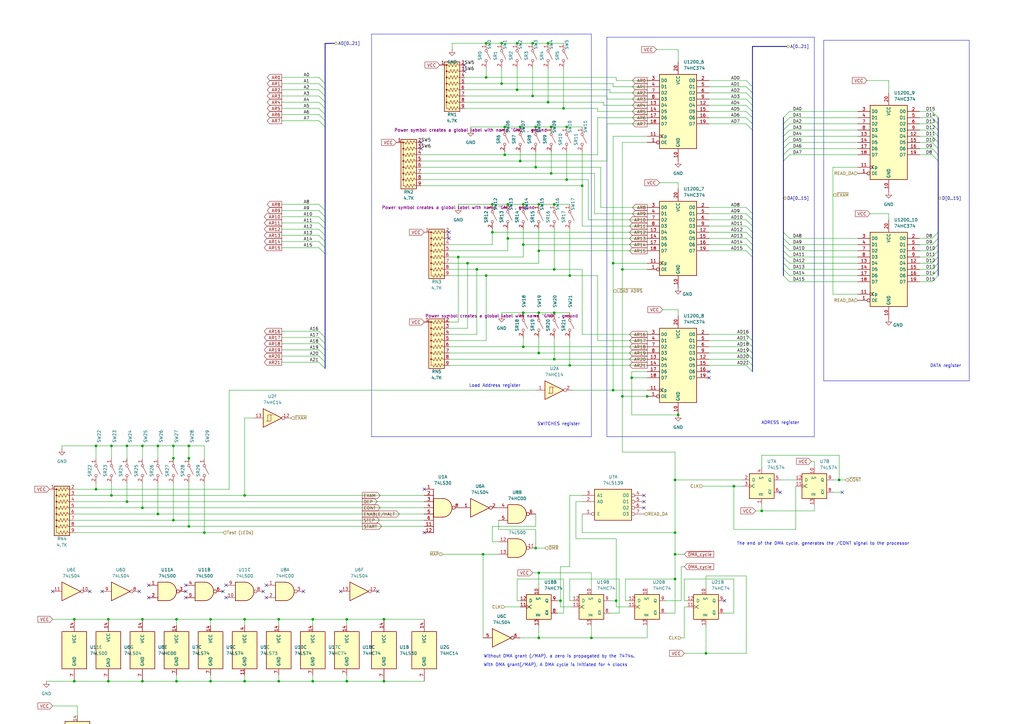
<source format=kicad_sch>
(kicad_sch (version 20250114) (generator "eeschema") (generator_version "9.0")
  (paper "A3")
  (title_block (title "Switches"))
  (text "The end of the DMA cycle, generates the /CONT signal to the processor" (at 337.566 223.012 0) (effects (font (size 1.27 1.27))))
  (text "ADRESS register" (at 320.04 173.482 0) (effects (font (size 1.27 1.27))))
  (text "SWITCHES register" (at 229.108 173.99 0) (effects (font (size 1.27 1.27))))
  (text "DATA register" (at 387.858 150.114 0) (effects (font (size 1.27 1.27))))
  (text "Without DMA grant (/MAP), a zero is propagated by the 7474s." (at 229.362 269.24 0) (effects (font (size 1.27 1.27))))
  (text "Load Address register" (at 202.946 158.242 0) (effects (font (size 1.27 1.27))))
  (text "With DMA grant(/MAP), A DMA cycle is initiated for 4 clocks" (at 227.838 272.796 0) (effects (font (size 1.27 1.27))))
  (junction (at 187.96 105.41))
  (junction (at 205.74 17.78))
  (junction (at 142.24 279.4))
  (junction (at 226.06 52.07))
  (junction (at 52.07 205.74))
  (junction (at 214.63 128.27))
  (junction (at 344.17 196.85))
  (junction (at 212.09 17.78))
  (junction (at 86.36 254))
  (junction (at 232.41 73.66))
  (junction (at 213.36 66.04))
  (junction (at 312.42 209.55))
  (junction (at 227.33 110.49))
  (junction (at 207.01 63.5))
  (junction (at 227.33 83.82))
  (junction (at 39.37 182.88))
  (junction (at 233.68 149.86))
  (junction (at 220.98 144.78))
  (junction (at 128.27 279.4))
  (junction (at 214.63 100.33))
  (junction (at 208.28 83.82))
  (junction (at 251.46 160.02))
  (junction (at 276.86 196.85))
  (junction (at 213.36 52.07))
  (junction (at 300.99 199.39))
  (junction (at 212.09 36.83))
  (junction (at 45.72 203.2))
  (junction (at 224.79 17.78))
  (junction (at 289.56 267.97))
  (junction (at 100.33 254))
  (junction (at 86.36 279.4))
  (junction (at 71.12 182.88))
  (junction (at 231.14 44.45))
  (junction (at 276.86 218.44))
  (junction (at 191.77 107.95))
  (junction (at 220.98 128.27))
  (junction (at 218.44 39.37))
  (junction (at 259.08 154.94))
  (junction (at 199.39 113.03))
  (junction (at 83.82 218.44))
  (junction (at 77.47 187.96))
  (junction (at 100.33 279.4))
  (junction (at 232.41 52.07))
  (junction (at 224.79 41.91))
  (junction (at 214.63 83.82))
  (junction (at 219.71 224.79))
  (junction (at 44.45 254))
  (junction (at 77.47 182.88))
  (junction (at 220.98 102.87))
  (junction (at 252.73 246.38))
  (junction (at 71.12 213.36))
  (junction (at 201.93 83.82))
  (junction (at 220.98 83.82))
  (junction (at 214.63 142.24))
  (junction (at 71.12 187.96))
  (junction (at 219.71 68.58))
  (junction (at 198.12 227.33))
  (junction (at 220.98 234.95))
  (junction (at 44.45 279.4))
  (junction (at 142.24 254))
  (junction (at 218.44 17.78))
  (junction (at 238.76 76.2))
  (junction (at 128.27 254))
  (junction (at 64.77 182.88))
  (junction (at 39.37 200.66))
  (junction (at 58.42 182.88))
  (junction (at 157.48 254))
  (junction (at 30.48 254))
  (junction (at 58.42 208.28))
  (junction (at 242.57 261.62))
  (junction (at 58.42 254))
  (junction (at 208.28 97.79))
  (junction (at 207.01 52.07))
  (junction (at 45.72 182.88))
  (junction (at 219.71 52.07))
  (junction (at 255.27 110.49))
  (junction (at 251.46 107.95))
  (junction (at 229.87 246.38))
  (junction (at 114.3 254))
  (junction (at 227.33 128.27))
  (junction (at 199.39 17.78))
  (junction (at 227.33 147.32))
  (junction (at 199.39 31.75))
  (junction (at 226.06 71.12))
  (junction (at 265.43 162.56))
  (junction (at 52.07 182.88))
  (junction (at 30.48 279.4))
  (junction (at 201.93 95.25))
  (junction (at 195.58 110.49))
  (junction (at 72.39 279.4))
  (junction (at 205.74 34.29))
  (junction (at 100.33 203.2))
  (junction (at 114.3 279.4))
  (junction (at 278.13 170.18))
  (junction (at 276.86 227.33))
  (junction (at 64.77 210.82))
  (junction (at 77.47 215.9))
  (junction (at 220.98 261.62))
  (junction (at 72.39 254))
  (junction (at 58.42 279.4))
  (junction (at 255.27 162.56))
  (junction (at 233.68 113.03))
  (junction (at 276.86 237.49))
  (junction (at 157.48 279.4))
  (no_connect (at 76.2 245.11))
  (no_connect (at 109.22 240.03))
  (no_connect (at 81.28 384.81))
  (no_connect (at 124.46 242.57))
  (no_connect (at 81.28 382.27))
  (no_connect (at 60.96 245.11))
  (no_connect (at 41.91 242.57))
  (no_connect (at 97.79 363.22))
  (no_connect (at 190.5 26.67))
  (no_connect (at 184.15 95.25))
  (no_connect (at 290.83 154.94))
  (no_connect (at 49.53 363.22))
  (no_connect (at 107.95 242.57))
  (no_connect (at 81.28 389.89))
  (no_connect (at 24.13 363.22))
  (no_connect (at 154.94 242.57))
  (no_connect (at 76.2 242.57))
  (no_connect (at 88.9 363.22))
  (no_connect (at 264.16 203.2))
  (no_connect (at 173.99 200.66))
  (no_connect (at 264.16 208.28))
  (no_connect (at 29.21 379.73))
  (no_connect (at 320.04 201.93))
  (no_connect (at 55.88 389.89))
  (no_connect (at 109.22 245.11))
  (no_connect (at 264.16 205.74))
  (no_connect (at 55.88 384.81))
  (no_connect (at 113.03 361.95))
  (no_connect (at 297.18 246.38))
  (no_connect (at 64.77 363.22))
  (no_connect (at 92.71 245.11))
  (no_connect (at 173.99 218.44))
  (no_connect (at 21.59 242.57))
  (no_connect (at 81.28 387.35))
  (no_connect (at 184.15 97.79))
  (no_connect (at 290.83 152.4))
  (no_connect (at 36.83 242.57))
  (no_connect (at 345.44 201.93))
  (no_connect (at 29.21 394.97))
  (no_connect (at 91.44 242.57))
  (no_connect (at 172.72 60.96))
  (no_connect (at 76.2 240.03))
  (no_connect (at 36.83 389.89))
  (no_connect (at 190.5 29.21))
  (no_connect (at 172.72 58.42))
  (no_connect (at 36.83 384.81))
  (no_connect (at 21.59 384.81))
  (no_connect (at 139.7 242.57))
  (no_connect (at 39.37 363.22))
  (no_connect (at 92.71 240.03))
  (no_connect (at 73.66 363.22))
  (no_connect (at 60.96 240.03))
  (no_connect (at 21.59 387.35))
  (no_connect (at 57.15 242.57))
  (no_connect (at 55.88 382.27))
  (bus_entry (at 384.81 102.87) (size -2.54 2.54))
  (bus_entry (at 321.31 110.49) (size 2.54 2.54))
  (bus_entry (at 133.35 36.83) (size -2.54 -2.54))
  (bus_entry (at 133.35 88.9) (size -2.54 -2.54))
  (bus_entry (at 321.31 102.87) (size 2.54 2.54))
  (bus_entry (at 308.61 43.18) (size -2.54 -2.54))
  (bus_entry (at 306.07 144.78) (size 2.54 2.54))
  (bus_entry (at 321.31 63.5) (size 2.54 -2.54))
  (bus_entry (at 384.81 113.03) (size -2.54 2.54))
  (bus_entry (at 321.31 66.04) (size 2.54 -2.54))
  (bus_entry (at 133.35 104.14) (size -2.54 -2.54))
  (bus_entry (at 384.81 48.26) (size -2.54 -2.54))
  (bus_entry (at 130.81 146.05) (size 2.54 2.54))
  (bus_entry (at 308.61 50.8) (size -2.54 -2.54))
  (bus_entry (at 308.61 92.71) (size -2.54 -2.54))
  (bus_entry (at 133.35 52.07) (size -2.54 -2.54))
  (bus_entry (at 133.35 46.99) (size -2.54 -2.54))
  (bus_entry (at 321.31 60.96) (size 2.54 -2.54))
  (bus_entry (at 321.31 55.88) (size 2.54 -2.54))
  (bus_entry (at 133.35 96.52) (size -2.54 -2.54))
  (bus_entry (at 321.31 107.95) (size 2.54 2.54))
  (bus_entry (at 130.81 138.43) (size 2.54 2.54))
  (bus_entry (at 133.35 44.45) (size -2.54 -2.54))
  (bus_entry (at 308.61 87.63) (size -2.54 -2.54))
  (bus_entry (at 321.31 95.25) (size 2.54 2.54))
  (bus_entry (at 306.07 142.24) (size 2.54 2.54))
  (bus_entry (at 308.61 48.26) (size -2.54 -2.54))
  (bus_entry (at 133.35 99.06) (size -2.54 -2.54))
  (bus_entry (at 308.61 90.17) (size -2.54 -2.54))
  (bus_entry (at 321.31 50.8) (size 2.54 -2.54))
  (bus_entry (at 306.07 147.32) (size 2.54 2.54))
  (bus_entry (at 384.81 50.8) (size -2.54 -2.54))
  (bus_entry (at 384.81 97.79) (size -2.54 2.54))
  (bus_entry (at 321.31 58.42) (size 2.54 -2.54))
  (bus_entry (at 133.35 41.91) (size -2.54 -2.54))
  (bus_entry (at 308.61 35.56) (size -2.54 -2.54))
  (bus_entry (at 308.61 105.41) (size -2.54 -2.54))
  (bus_entry (at 384.81 95.25) (size -2.54 2.54))
  (bus_entry (at 308.61 100.33) (size -2.54 -2.54))
  (bus_entry (at 308.61 95.25) (size -2.54 -2.54))
  (bus_entry (at 133.35 39.37) (size -2.54 -2.54))
  (bus_entry (at 384.81 63.5) (size -2.54 -2.54))
  (bus_entry (at 306.07 139.7) (size 2.54 2.54))
  (bus_entry (at 308.61 97.79) (size -2.54 -2.54))
  (bus_entry (at 133.35 91.44) (size -2.54 -2.54))
  (bus_entry (at 384.81 66.04) (size -2.54 -2.54))
  (bus_entry (at 308.61 38.1) (size -2.54 -2.54))
  (bus_entry (at 308.61 45.72) (size -2.54 -2.54))
  (bus_entry (at 384.81 55.88) (size -2.54 -2.54))
  (bus_entry (at 321.31 53.34) (size 2.54 -2.54))
  (bus_entry (at 133.35 93.98) (size -2.54 -2.54))
  (bus_entry (at 384.81 58.42) (size -2.54 -2.54))
  (bus_entry (at 384.81 60.96) (size -2.54 -2.54))
  (bus_entry (at 133.35 34.29) (size -2.54 -2.54))
  (bus_entry (at 321.31 97.79) (size 2.54 2.54))
  (bus_entry (at 321.31 48.26) (size 2.54 -2.54))
  (bus_entry (at 384.81 110.49) (size -2.54 2.54))
  (bus_entry (at 308.61 102.87) (size -2.54 -2.54))
  (bus_entry (at 306.07 137.16) (size 2.54 2.54))
  (bus_entry (at 321.31 100.33) (size 2.54 2.54))
  (bus_entry (at 308.61 53.34) (size -2.54 -2.54))
  (bus_entry (at 321.31 113.03) (size 2.54 2.54))
  (bus_entry (at 133.35 86.36) (size -2.54 -2.54))
  (bus_entry (at 133.35 49.53) (size -2.54 -2.54))
  (bus_entry (at 384.81 100.33) (size -2.54 2.54))
  (bus_entry (at 130.81 135.89) (size 2.54 2.54))
  (bus_entry (at 384.81 53.34) (size -2.54 -2.54))
  (bus_entry (at 133.35 101.6) (size -2.54 -2.54))
  (bus_entry (at 384.81 105.41) (size -2.54 2.54))
  (bus_entry (at 321.31 105.41) (size 2.54 2.54))
  (bus_entry (at 130.81 148.59) (size 2.54 2.54))
  (bus_entry (at 130.81 140.97) (size 2.54 2.54))
  (bus_entry (at 306.07 149.86) (size 2.54 2.54))
  (bus_entry (at 308.61 40.64) (size -2.54 -2.54))
  (bus_entry (at 130.81 143.51) (size 2.54 2.54))
  (bus_entry (at 384.81 107.95) (size -2.54 2.54))
  (wire (pts (xy 259.08 154.94) (xy 265.43 154.94)))
  (wire (pts (xy 100.33 203.2) (xy 173.99 203.2)))
  (wire (pts (xy 256.54 246.38) (xy 257.81 246.38)))
  (bus (pts (xy 308.61 53.34) (xy 308.61 87.63)))
  (wire (pts (xy 252.73 246.38) (xy 252.73 248.92)))
  (wire (pts (xy 238.76 62.23) (xy 238.76 76.2)))
  (wire (pts (xy 44.45 254) (xy 58.42 254)))
  (wire (pts (xy 184.15 132.08) (xy 187.96 132.08)))
  (wire (pts (xy 270.51 74.93) (xy 278.13 74.93)))
  (wire (pts (xy 252.73 33.02) (xy 252.73 31.75)))
  (wire (pts (xy 100.33 171.45) (xy 100.33 203.2)))
  (bus (pts (xy 321.31 50.8) (xy 321.31 48.26)))
  (wire (pts (xy 245.11 63.5) (xy 207.01 63.5)))
  (wire (pts (xy 256.54 246.38) (xy 256.54 237.49)))
  (wire (pts (xy 172.72 73.66) (xy 232.41 73.66)))
  (wire (pts (xy 243.84 71.12) (xy 226.06 71.12)))
  (wire (pts (xy 52.07 182.88) (xy 52.07 189.23)))
  (wire (pts (xy 172.72 66.04) (xy 213.36 66.04)))
  (wire (pts (xy 252.73 248.92) (xy 257.81 248.92)))
  (wire (pts (xy 77.47 215.9) (xy 173.99 215.9)))
  (wire (pts (xy 115.57 39.37) (xy 130.81 39.37)))
  (wire (pts (xy 280.67 246.38) (xy 281.94 246.38)))
  (wire (pts (xy 288.29 199.39) (xy 300.99 199.39)))
  (wire (pts (xy 115.57 44.45) (xy 130.81 44.45)))
  (wire (pts (xy 255.27 185.42) (xy 276.86 185.42)))
  (wire (pts (xy 212.09 17.78) (xy 218.44 17.78)))
  (wire (pts (xy 255.27 110.49) (xy 265.43 110.49)))
  (wire (pts (xy 265.43 149.86) (xy 233.68 149.86)))
  (wire (pts (xy 71.12 213.36) (xy 173.99 213.36)))
  (wire (pts (xy 265.43 33.02) (xy 252.73 33.02)))
  (wire (pts (xy 341.63 201.93) (xy 345.44 201.93)))
  (wire (pts (xy 242.57 234.95) (xy 242.57 241.3)))
  (wire (pts (xy 218.44 39.37) (xy 248.92 39.37)))
  (bus (pts (xy 308.61 50.8) (xy 308.61 53.34)))
  (wire (pts (xy 265.43 40.64) (xy 248.92 40.64)))
  (wire (pts (xy 323.85 102.87) (xy 351.79 102.87)))
  (polyline (pts (xy 334.01 179.07) (xy 334.01 15.24)))
  (wire (pts (xy 115.57 86.36) (xy 130.81 86.36)))
  (wire (pts (xy 312.42 209.55) (xy 312.42 207.01)))
  (wire (pts (xy 323.85 100.33) (xy 351.79 100.33)))
  (wire (pts (xy 290.83 137.16) (xy 306.07 137.16)))
  (bus (pts (xy 384.81 55.88) (xy 384.81 53.34)))
  (wire (pts (xy 228.6 251.46) (xy 231.14 251.46)))
  (wire (pts (xy 58.42 182.88) (xy 58.42 187.96)))
  (wire (pts (xy 77.47 182.88) (xy 77.47 187.96)))
  (wire (pts (xy 30.48 254) (xy 44.45 254)))
  (wire (pts (xy 184.15 149.86) (xy 233.68 149.86)))
  (bus (pts (xy 133.35 17.78) (xy 137.16 17.78)))
  (wire (pts (xy 58.42 254) (xy 72.39 254)))
  (wire (pts (xy 377.19 55.88) (xy 382.27 55.88)))
  (wire (pts (xy 231.14 27.94) (xy 231.14 44.45)))
  (bus (pts (xy 308.61 95.25) (xy 308.61 97.79)))
  (wire (pts (xy 377.19 110.49) (xy 382.27 110.49)))
  (wire (pts (xy 356.87 87.63) (xy 364.49 87.63)))
  (wire (pts (xy 21.59 289.56) (xy 31.75 289.56)))
  (wire (pts (xy 245.11 45.72) (xy 245.11 44.45)))
  (wire (pts (xy 290.83 92.71) (xy 306.07 92.71)))
  (wire (pts (xy 45.72 182.88) (xy 45.72 187.96)))
  (wire (pts (xy 142.24 254) (xy 157.48 254)))
  (wire (pts (xy 184.15 102.87) (xy 208.28 102.87)))
  (wire (pts (xy 279.4 232.41) (xy 279.4 246.38)))
  (wire (pts (xy 72.39 279.4) (xy 86.36 279.4)))
  (bus (pts (xy 321.31 107.95) (xy 321.31 110.49)))
  (wire (pts (xy 115.57 93.98) (xy 130.81 93.98)))
  (wire (pts (xy 205.74 128.27) (xy 205.74 129.54)))
  (wire (pts (xy 201.93 95.25) (xy 201.93 100.33)))
  (wire (pts (xy 213.36 62.23) (xy 213.36 66.04)))
  (wire (pts (xy 323.85 60.96) (xy 351.79 60.96)))
  (wire (pts (xy 323.85 115.57) (xy 351.79 115.57)))
  (wire (pts (xy 115.57 143.51) (xy 130.81 143.51)))
  (wire (pts (xy 226.06 52.07) (xy 232.41 52.07)))
  (polyline (pts (xy 334.01 15.24) (xy 248.92 15.24)))
  (wire (pts (xy 265.43 137.16) (xy 238.76 137.16)))
  (wire (pts (xy 259.08 154.94) (xy 259.08 170.18)))
  (wire (pts (xy 344.17 196.85) (xy 344.17 186.69)))
  (wire (pts (xy 115.57 138.43) (xy 130.81 138.43)))
  (wire (pts (xy 377.19 97.79) (xy 382.27 97.79)))
  (polyline (pts (xy 337.82 16.51) (xy 397.51 16.51)))
  (wire (pts (xy 377.19 113.03) (xy 382.27 113.03)))
  (bus (pts (xy 321.31 97.79) (xy 321.31 100.33)))
  (wire (pts (xy 255.27 110.49) (xy 255.27 58.42)))
  (wire (pts (xy 251.46 55.88) (xy 251.46 107.95)))
  (wire (pts (xy 115.57 146.05) (xy 130.81 146.05)))
  (wire (pts (xy 236.22 205.74) (xy 236.22 220.98)))
  (wire (pts (xy 114.3 254) (xy 114.3 256.54)))
  (polyline (pts (xy 248.92 179.07) (xy 334.01 179.07)))
  (wire (pts (xy 30.48 203.2) (xy 45.72 203.2)))
  (wire (pts (xy 278.13 74.93) (xy 278.13 77.47)))
  (wire (pts (xy 306.07 236.22) (xy 289.56 236.22)))
  (wire (pts (xy 184.15 100.33) (xy 201.93 100.33)))
  (wire (pts (xy 323.85 105.41) (xy 351.79 105.41)))
  (wire (pts (xy 280.67 261.62) (xy 280.67 248.92)))
  (wire (pts (xy 289.56 267.97) (xy 289.56 256.54)))
  (bus (pts (xy 133.35 138.43) (xy 133.35 140.97)))
  (wire (pts (xy 114.3 279.4) (xy 114.3 276.86)))
  (wire (pts (xy 233.68 246.38) (xy 234.95 246.38)))
  (wire (pts (xy 190.5 41.91) (xy 224.79 41.91)))
  (wire (pts (xy 220.98 102.87) (xy 265.43 102.87)))
  (bus (pts (xy 308.61 149.86) (xy 308.61 152.4)))
  (wire (pts (xy 250.19 246.38) (xy 252.73 246.38)))
  (wire (pts (xy 208.28 93.98) (xy 208.28 97.79)))
  (wire (pts (xy 289.56 236.22) (xy 289.56 241.3)))
  (wire (pts (xy 71.12 182.88) (xy 71.12 187.96)))
  (wire (pts (xy 231.14 44.45) (xy 245.11 44.45)))
  (wire (pts (xy 128.27 279.4) (xy 128.27 276.86)))
  (wire (pts (xy 220.98 83.82) (xy 227.33 83.82)))
  (wire (pts (xy 220.98 93.98) (xy 220.98 102.87)))
  (bus (pts (xy 308.61 100.33) (xy 308.61 102.87)))
  (wire (pts (xy 128.27 279.4) (xy 142.24 279.4)))
  (wire (pts (xy 52.07 198.12) (xy 52.07 205.74)))
  (wire (pts (xy 199.39 31.75) (xy 252.73 31.75)))
  (wire (pts (xy 250.19 38.1) (xy 250.19 36.83)))
  (wire (pts (xy 115.57 91.44) (xy 130.81 91.44)))
  (wire (pts (xy 58.42 279.4) (xy 72.39 279.4)))
  (wire (pts (xy 213.36 52.07) (xy 219.71 52.07)))
  (wire (pts (xy 207.01 52.07) (xy 213.36 52.07)))
  (wire (pts (xy 184.15 144.78) (xy 220.98 144.78)))
  (wire (pts (xy 172.72 63.5) (xy 207.01 63.5)))
  (wire (pts (xy 251.46 55.88) (xy 265.43 55.88)))
  (wire (pts (xy 142.24 254) (xy 142.24 256.54)))
  (wire (pts (xy 251.46 107.95) (xy 251.46 160.02)))
  (wire (pts (xy 246.38 68.58) (xy 219.71 68.58)))
  (wire (pts (xy 64.77 182.88) (xy 64.77 187.96)))
  (wire (pts (xy 323.85 58.42) (xy 351.79 58.42)))
  (wire (pts (xy 377.19 48.26) (xy 382.27 48.26)))
  (wire (pts (xy 278.13 20.32) (xy 278.13 25.4)))
  (wire (pts (xy 377.19 53.34) (xy 382.27 53.34)))
  (bus (pts (xy 308.61 19.05) (xy 322.58 19.05)))
  (wire (pts (xy 265.43 87.63) (xy 243.84 87.63)))
  (wire (pts (xy 233.68 203.2) (xy 233.68 232.41)))
  (wire (pts (xy 344.17 196.85) (xy 346.71 196.85)))
  (bus (pts (xy 321.31 58.42) (xy 321.31 55.88)))
  (polyline (pts (xy 152.4 13.97) (xy 152.4 179.07)))
  (bus (pts (xy 133.35 93.98) (xy 133.35 96.52)))
  (wire (pts (xy 279.4 261.62) (xy 280.67 261.62)))
  (wire (pts (xy 290.83 35.56) (xy 306.07 35.56)))
  (wire (pts (xy 290.83 87.63) (xy 306.07 87.63)))
  (wire (pts (xy 201.93 222.25) (xy 204.47 222.25)))
  (wire (pts (xy 290.83 102.87) (xy 306.07 102.87)))
  (wire (pts (xy 265.43 50.8) (xy 248.92 50.8)))
  (wire (pts (xy 199.39 113.03) (xy 233.68 113.03)))
  (wire (pts (xy 39.37 198.12) (xy 39.37 200.66)))
  (wire (pts (xy 184.15 137.16) (xy 195.58 137.16)))
  (wire (pts (xy 115.57 31.75) (xy 130.81 31.75)))
  (wire (pts (xy 265.43 162.56) (xy 266.7 162.56)))
  (wire (pts (xy 58.42 198.12) (xy 58.42 208.28)))
  (wire (pts (xy 115.57 140.97) (xy 130.81 140.97)))
  (wire (pts (xy 323.85 45.72) (xy 351.79 45.72)))
  (wire (pts (xy 185.42 17.78) (xy 185.42 20.32)))
  (bus (pts (xy 308.61 102.87) (xy 308.61 105.41)))
  (bus (pts (xy 308.61 139.7) (xy 308.61 142.24)))
  (wire (pts (xy 238.76 205.74) (xy 236.22 205.74)))
  (wire (pts (xy 93.98 160.02) (xy 219.71 160.02)))
  (wire (pts (xy 271.78 127) (xy 278.13 127)))
  (wire (pts (xy 219.71 224.79) (xy 223.52 224.79)))
  (wire (pts (xy 172.72 68.58) (xy 219.71 68.58)))
  (wire (pts (xy 83.82 218.44) (xy 91.44 218.44)))
  (polyline (pts (xy 242.57 179.07) (xy 242.57 13.97)))
  (wire (pts (xy 205.74 128.27) (xy 214.63 128.27)))
  (bus (pts (xy 133.35 88.9) (xy 133.35 91.44)))
  (wire (pts (xy 255.27 162.56) (xy 265.43 162.56)))
  (wire (pts (xy 195.58 110.49) (xy 227.33 110.49)))
  (wire (pts (xy 290.83 43.18) (xy 306.07 43.18)))
  (wire (pts (xy 207.01 62.23) (xy 207.01 63.5)))
  (wire (pts (xy 377.19 102.87) (xy 382.27 102.87)))
  (bus (pts (xy 384.81 58.42) (xy 384.81 55.88)))
  (wire (pts (xy 238.76 92.71) (xy 238.76 76.2)))
  (wire (pts (xy 290.83 95.25) (xy 306.07 95.25)))
  (wire (pts (xy 115.57 41.91) (xy 130.81 41.91)))
  (wire (pts (xy 364.49 33.02) (xy 364.49 38.1)))
  (bus (pts (xy 321.31 102.87) (xy 321.31 105.41)))
  (wire (pts (xy 86.36 276.86) (xy 86.36 279.4)))
  (wire (pts (xy 252.73 220.98) (xy 252.73 246.38)))
  (wire (pts (xy 276.86 196.85) (xy 276.86 218.44)))
  (wire (pts (xy 201.93 93.98) (xy 201.93 95.25)))
  (bus (pts (xy 308.61 35.56) (xy 308.61 38.1)))
  (bus (pts (xy 308.61 142.24) (xy 308.61 144.78)))
  (wire (pts (xy 199.39 17.78) (xy 205.74 17.78)))
  (wire (pts (xy 187.96 83.82) (xy 187.96 85.09)))
  (wire (pts (xy 220.98 138.43) (xy 220.98 144.78)))
  (wire (pts (xy 208.28 97.79) (xy 265.43 97.79)))
  (wire (pts (xy 269.24 20.32) (xy 278.13 20.32)))
  (bus (pts (xy 133.35 96.52) (xy 133.35 99.06)))
  (wire (pts (xy 233.68 93.98) (xy 233.68 113.03)))
  (wire (pts (xy 248.92 50.8) (xy 248.92 66.04)))
  (wire (pts (xy 265.43 43.18) (xy 247.65 43.18)))
  (wire (pts (xy 290.83 85.09) (xy 306.07 85.09)))
  (wire (pts (xy 190.5 36.83) (xy 212.09 36.83)))
  (wire (pts (xy 280.67 248.92) (xy 281.94 248.92)))
  (wire (pts (xy 334.01 209.55) (xy 312.42 209.55)))
  (wire (pts (xy 220.98 102.87) (xy 220.98 107.95)))
  (wire (pts (xy 30.48 200.66) (xy 39.37 200.66)))
  (bus (pts (xy 384.81 53.34) (xy 384.81 50.8)))
  (wire (pts (xy 45.72 203.2) (xy 100.33 203.2)))
  (bus (pts (xy 133.35 44.45) (xy 133.35 46.99)))
  (wire (pts (xy 83.82 198.12) (xy 83.82 218.44)))
  (wire (pts (xy 115.57 46.99) (xy 130.81 46.99)))
  (wire (pts (xy 208.28 83.82) (xy 214.63 83.82)))
  (wire (pts (xy 100.33 254) (xy 100.33 256.54)))
  (wire (pts (xy 219.71 215.9) (xy 201.93 215.9)))
  (wire (pts (xy 205.74 34.29) (xy 251.46 34.29)))
  (bus (pts (xy 384.81 63.5) (xy 384.81 60.96)))
  (wire (pts (xy 39.37 182.88) (xy 45.72 182.88)))
  (wire (pts (xy 255.27 162.56) (xy 255.27 110.49)))
  (wire (pts (xy 377.19 107.95) (xy 382.27 107.95)))
  (wire (pts (xy 44.45 279.4) (xy 58.42 279.4)))
  (wire (pts (xy 224.79 27.94) (xy 224.79 41.91)))
  (wire (pts (xy 279.4 232.41) (xy 280.67 232.41)))
  (wire (pts (xy 290.83 50.8) (xy 306.07 50.8)))
  (wire (pts (xy 351.79 68.58) (xy 341.63 68.58)))
  (wire (pts (xy 214.63 142.24) (xy 265.43 142.24)))
  (wire (pts (xy 86.36 254) (xy 100.33 254)))
  (bus (pts (xy 384.81 66.04) (xy 384.81 95.25)))
  (bus (pts (xy 133.35 34.29) (xy 133.35 36.83)))
  (bus (pts (xy 133.35 52.07) (xy 133.35 86.36)))
  (wire (pts (xy 276.86 196.85) (xy 304.8 196.85)))
  (wire (pts (xy 276.86 185.42) (xy 276.86 196.85)))
  (wire (pts (xy 323.85 48.26) (xy 351.79 48.26)))
  (wire (pts (xy 115.57 83.82) (xy 130.81 83.82)))
  (wire (pts (xy 190.5 31.75) (xy 199.39 31.75)))
  (bus (pts (xy 308.61 38.1) (xy 308.61 40.64)))
  (wire (pts (xy 219.71 62.23) (xy 219.71 68.58)))
  (bus (pts (xy 321.31 53.34) (xy 321.31 50.8)))
  (wire (pts (xy 77.47 189.23) (xy 77.47 187.96)))
  (wire (pts (xy 278.13 127) (xy 278.13 129.54)))
  (wire (pts (xy 377.19 115.57) (xy 382.27 115.57)))
  (wire (pts (xy 355.6 33.02) (xy 364.49 33.02)))
  (wire (pts (xy 193.04 52.07) (xy 207.01 52.07)))
  (bus (pts (xy 133.35 101.6) (xy 133.35 104.14)))
  (wire (pts (xy 220.98 256.54) (xy 220.98 261.62)))
  (wire (pts (xy 184.15 113.03) (xy 199.39 113.03)))
  (wire (pts (xy 30.48 208.28) (xy 58.42 208.28)))
  (wire (pts (xy 247.65 43.18) (xy 247.65 41.91)))
  (wire (pts (xy 184.15 142.24) (xy 214.63 142.24)))
  (wire (pts (xy 341.63 120.65) (xy 351.79 120.65)))
  (wire (pts (xy 238.76 218.44) (xy 276.86 218.44)))
  (wire (pts (xy 71.12 189.23) (xy 71.12 187.96)))
  (wire (pts (xy 21.59 254) (xy 30.48 254)))
  (wire (pts (xy 19.05 279.4) (xy 30.48 279.4)))
  (bus (pts (xy 308.61 43.18) (xy 308.61 45.72)))
  (wire (pts (xy 300.99 237.49) (xy 280.67 237.49)))
  (bus (pts (xy 308.61 147.32) (xy 308.61 149.86)))
  (wire (pts (xy 19.05 314.96) (xy 31.75 314.96)))
  (wire (pts (xy 30.48 210.82) (xy 64.77 210.82)))
  (wire (pts (xy 265.43 48.26) (xy 245.11 48.26)))
  (wire (pts (xy 71.12 198.12) (xy 71.12 213.36)))
  (bus (pts (xy 321.31 66.04) (xy 321.31 95.25)))
  (wire (pts (xy 377.19 45.72) (xy 382.27 45.72)))
  (wire (pts (xy 306.07 267.97) (xy 306.07 236.22)))
  (wire (pts (xy 265.43 92.71) (xy 238.76 92.71)))
  (bus (pts (xy 384.81 95.25) (xy 384.81 97.79)))
  (wire (pts (xy 232.41 52.07) (xy 238.76 52.07)))
  (wire (pts (xy 273.05 251.46) (xy 276.86 251.46)))
  (bus (pts (xy 384.81 97.79) (xy 384.81 100.33)))
  (wire (pts (xy 214.63 93.98) (xy 214.63 100.33)))
  (wire (pts (xy 39.37 182.88) (xy 39.37 187.96)))
  (wire (pts (xy 30.48 218.44) (xy 83.82 218.44)))
  (wire (pts (xy 100.33 276.86) (xy 100.33 279.4)))
  (wire (pts (xy 114.3 254) (xy 128.27 254)))
  (wire (pts (xy 323.85 113.03) (xy 351.79 113.03)))
  (wire (pts (xy 71.12 182.88) (xy 77.47 182.88)))
  (wire (pts (xy 205.74 27.94) (xy 205.74 34.29)))
  (wire (pts (xy 214.63 100.33) (xy 265.43 100.33)))
  (wire (pts (xy 323.85 53.34) (xy 351.79 53.34)))
  (wire (pts (xy 229.87 232.41) (xy 233.68 232.41)))
  (bus (pts (xy 133.35 36.83) (xy 133.35 39.37)))
  (wire (pts (xy 254 237.49) (xy 233.68 237.49)))
  (wire (pts (xy 207.01 248.92) (xy 213.36 248.92)))
  (polyline (pts (xy 397.51 156.21) (xy 337.82 156.21)))
  (wire (pts (xy 334.01 207.01) (xy 334.01 209.55)))
  (wire (pts (xy 115.57 49.53) (xy 130.81 49.53)))
  (polyline (pts (xy 397.51 16.51) (xy 397.51 156.21)))
  (wire (pts (xy 290.83 38.1) (xy 306.07 38.1)))
  (wire (pts (xy 72.39 254) (xy 72.39 256.54)))
  (wire (pts (xy 199.39 27.94) (xy 199.39 31.75)))
  (bus (pts (xy 133.35 143.51) (xy 133.35 146.05)))
  (bus (pts (xy 384.81 100.33) (xy 384.81 102.87)))
  (wire (pts (xy 220.98 128.27) (xy 227.33 128.27)))
  (wire (pts (xy 83.82 182.88) (xy 83.82 187.96)))
  (wire (pts (xy 115.57 148.59) (xy 130.81 148.59)))
  (wire (pts (xy 77.47 198.12) (xy 77.47 215.9)))
  (wire (pts (xy 220.98 234.95) (xy 220.98 241.3)))
  (bus (pts (xy 308.61 92.71) (xy 308.61 95.25)))
  (wire (pts (xy 290.83 97.79) (xy 306.07 97.79)))
  (wire (pts (xy 115.57 101.6) (xy 130.81 101.6)))
  (wire (pts (xy 201.93 215.9) (xy 201.93 222.25)))
  (wire (pts (xy 77.47 182.88) (xy 83.82 182.88)))
  (bus (pts (xy 133.35 41.91) (xy 133.35 44.45)))
  (wire (pts (xy 259.08 170.18) (xy 278.13 170.18)))
  (wire (pts (xy 100.33 279.4) (xy 114.3 279.4)))
  (bus (pts (xy 321.31 105.41) (xy 321.31 107.95)))
  (wire (pts (xy 231.14 237.49) (xy 212.09 237.49)))
  (wire (pts (xy 187.96 132.08) (xy 187.96 105.41)))
  (wire (pts (xy 214.63 128.27) (xy 220.98 128.27)))
  (bus (pts (xy 384.81 107.95) (xy 384.81 110.49)))
  (wire (pts (xy 193.04 52.07) (xy 193.04 53.34)))
  (wire (pts (xy 114.3 279.4) (xy 128.27 279.4)))
  (wire (pts (xy 187.96 83.82) (xy 201.93 83.82)))
  (wire (pts (xy 104.14 171.45) (xy 100.33 171.45)))
  (wire (pts (xy 172.72 71.12) (xy 226.06 71.12)))
  (bus (pts (xy 384.81 60.96) (xy 384.81 58.42)))
  (wire (pts (xy 157.48 254) (xy 173.99 254)))
  (wire (pts (xy 30.48 215.9) (xy 77.47 215.9)))
  (wire (pts (xy 251.46 35.56) (xy 251.46 34.29)))
  (wire (pts (xy 300.99 251.46) (xy 300.99 237.49)))
  (wire (pts (xy 226.06 62.23) (xy 226.06 71.12)))
  (wire (pts (xy 323.85 63.5) (xy 351.79 63.5)))
  (wire (pts (xy 157.48 279.4) (xy 173.99 279.4)))
  (wire (pts (xy 377.19 50.8) (xy 382.27 50.8)))
  (wire (pts (xy 229.87 248.92) (xy 234.95 248.92)))
  (bus (pts (xy 133.35 140.97) (xy 133.35 143.51)))
  (wire (pts (xy 219.71 210.82) (xy 219.71 215.9)))
  (wire (pts (xy 187.96 105.41) (xy 214.63 105.41)))
  (wire (pts (xy 290.83 147.32) (xy 306.07 147.32)))
  (wire (pts (xy 243.84 87.63) (xy 243.84 71.12)))
  (wire (pts (xy 72.39 276.86) (xy 72.39 279.4)))
  (wire (pts (xy 45.72 203.2) (xy 45.72 198.12)))
  (wire (pts (xy 377.19 60.96) (xy 382.27 60.96)))
  (wire (pts (xy 300.99 217.17) (xy 326.39 217.17)))
  (wire (pts (xy 214.63 100.33) (xy 214.63 105.41)))
  (wire (pts (xy 184.15 147.32) (xy 227.33 147.32)))
  (wire (pts (xy 227.33 83.82) (xy 233.68 83.82)))
  (wire (pts (xy 323.85 55.88) (xy 351.79 55.88)))
  (wire (pts (xy 290.83 149.86) (xy 306.07 149.86)))
  (wire (pts (xy 255.27 162.56) (xy 255.27 185.42)))
  (wire (pts (xy 265.43 90.17) (xy 241.3 90.17)))
  (wire (pts (xy 233.68 138.43) (xy 233.68 149.86)))
  (wire (pts (xy 254 251.46) (xy 254 237.49)))
  (bus (pts (xy 321.31 100.33) (xy 321.31 102.87)))
  (bus (pts (xy 133.35 86.36) (xy 133.35 88.9)))
  (wire (pts (xy 220.98 261.62) (xy 213.36 261.62)))
  (wire (pts (xy 204.47 213.36) (xy 204.47 217.17)))
  (wire (pts (xy 297.18 251.46) (xy 300.99 251.46)))
  (bus (pts (xy 321.31 63.5) (xy 321.31 60.96)))
  (wire (pts (xy 232.41 62.23) (xy 232.41 73.66)))
  (wire (pts (xy 214.63 138.43) (xy 214.63 142.24)))
  (wire (pts (xy 184.15 139.7) (xy 199.39 139.7)))
  (bus (pts (xy 308.61 90.17) (xy 308.61 92.71)))
  (wire (pts (xy 185.42 17.78) (xy 199.39 17.78)))
  (wire (pts (xy 231.14 251.46) (xy 231.14 237.49)))
  (wire (pts (xy 184.15 107.95) (xy 191.77 107.95)))
  (wire (pts (xy 377.19 63.5) (xy 382.27 63.5)))
  (wire (pts (xy 212.09 237.49) (xy 212.09 246.38)))
  (wire (pts (xy 251.46 107.95) (xy 265.43 107.95)))
  (wire (pts (xy 290.83 40.64) (xy 306.07 40.64)))
  (wire (pts (xy 300.99 199.39) (xy 304.8 199.39)))
  (wire (pts (xy 64.77 210.82) (xy 173.99 210.82)))
  (bus (pts (xy 133.35 34.29) (xy 133.35 17.78)))
  (bus (pts (xy 133.35 46.99) (xy 133.35 49.53)))
  (wire (pts (xy 290.83 100.33) (xy 306.07 100.33)))
  (wire (pts (xy 256.54 237.49) (xy 276.86 237.49)))
  (wire (pts (xy 195.58 137.16) (xy 195.58 110.49)))
  (wire (pts (xy 241.3 90.17) (xy 241.3 73.66)))
  (wire (pts (xy 212.09 36.83) (xy 250.19 36.83)))
  (wire (pts (xy 191.77 107.95) (xy 220.98 107.95)))
  (wire (pts (xy 273.05 246.38) (xy 279.4 246.38)))
  (wire (pts (xy 227.33 128.27) (xy 233.68 128.27)))
  (bus (pts (xy 308.61 97.79) (xy 308.61 100.33)))
  (wire (pts (xy 201.93 95.25) (xy 265.43 95.25)))
  (bus (pts (xy 384.81 102.87) (xy 384.81 105.41)))
  (wire (pts (xy 205.74 17.78) (xy 212.09 17.78)))
  (bus (pts (xy 133.35 146.05) (xy 133.35 148.59)))
  (wire (pts (xy 312.42 186.69) (xy 312.42 191.77)))
  (wire (pts (xy 218.44 27.94) (xy 218.44 39.37)))
  (wire (pts (xy 364.49 87.63) (xy 364.49 90.17)))
  (wire (pts (xy 238.76 137.16) (xy 238.76 110.49)))
  (wire (pts (xy 276.86 218.44) (xy 276.86 227.33)))
  (wire (pts (xy 289.56 267.97) (xy 306.07 267.97)))
  (wire (pts (xy 115.57 36.83) (xy 130.81 36.83)))
  (wire (pts (xy 220.98 144.78) (xy 265.43 144.78)))
  (wire (pts (xy 58.42 182.88) (xy 64.77 182.88)))
  (wire (pts (xy 219.71 52.07) (xy 226.06 52.07)))
  (wire (pts (xy 52.07 205.74) (xy 173.99 205.74)))
  (wire (pts (xy 142.24 279.4) (xy 157.48 279.4)))
  (wire (pts (xy 280.67 267.97) (xy 289.56 267.97)))
  (wire (pts (xy 341.63 68.58) (xy 341.63 120.65)))
  (wire (pts (xy 323.85 110.49) (xy 351.79 110.49)))
  (wire (pts (xy 218.44 234.95) (xy 220.98 234.95)))
  (wire (pts (xy 344.17 186.69) (xy 312.42 186.69)))
  (polyline (pts (xy 152.4 179.07) (xy 242.57 179.07)))
  (wire (pts (xy 181.61 227.33) (xy 198.12 227.33)))
  (bus (pts (xy 133.35 39.37) (xy 133.35 41.91)))
  (wire (pts (xy 214.63 83.82) (xy 220.98 83.82)))
  (wire (pts (xy 227.33 110.49) (xy 238.76 110.49)))
  (wire (pts (xy 190.5 34.29) (xy 205.74 34.29)))
  (bus (pts (xy 384.81 110.49) (xy 384.81 113.03)))
  (bus (pts (xy 321.31 95.25) (xy 321.31 97.79)))
  (wire (pts (xy 190.5 44.45) (xy 231.14 44.45)))
  (bus (pts (xy 308.61 35.56) (xy 308.61 19.05)))
  (wire (pts (xy 265.43 35.56) (xy 251.46 35.56)))
  (wire (pts (xy 184.15 134.62) (xy 191.77 134.62)))
  (wire (pts (xy 265.43 152.4) (xy 259.08 152.4)))
  (wire (pts (xy 228.6 246.38) (xy 229.87 246.38)))
  (wire (pts (xy 208.28 97.79) (xy 208.28 102.87)))
  (polyline (pts (xy 337.82 16.51) (xy 337.82 156.21)))
  (wire (pts (xy 30.48 279.4) (xy 44.45 279.4)))
  (wire (pts (xy 115.57 34.29) (xy 130.81 34.29)))
  (wire (pts (xy 276.86 237.49) (xy 276.86 251.46)))
  (wire (pts (xy 58.42 208.28) (xy 173.99 208.28)))
  (bus (pts (xy 384.81 50.8) (xy 384.81 48.26)))
  (wire (pts (xy 238.76 210.82) (xy 238.76 218.44)))
  (wire (pts (xy 224.79 17.78) (xy 231.14 17.78)))
  (wire (pts (xy 242.57 256.54) (xy 242.57 261.62)))
  (wire (pts (xy 242.57 261.62) (xy 265.43 261.62)))
  (bus (pts (xy 133.35 91.44) (xy 133.35 93.98)))
  (wire (pts (xy 290.83 139.7) (xy 306.07 139.7)))
  (wire (pts (xy 212.09 27.94) (xy 212.09 36.83)))
  (wire (pts (xy 323.85 107.95) (xy 351.79 107.95)))
  (wire (pts (xy 128.27 254) (xy 128.27 256.54)))
  (wire (pts (xy 198.12 227.33) (xy 198.12 261.62)))
  (wire (pts (xy 25.4 182.88) (xy 39.37 182.88)))
  (wire (pts (xy 219.71 224.79) (xy 219.71 217.17)))
  (wire (pts (xy 30.48 205.74) (xy 52.07 205.74)))
  (wire (pts (xy 233.68 237.49) (xy 233.68 246.38)))
  (wire (pts (xy 290.83 142.24) (xy 304.8 142.24)))
  (wire (pts (xy 238.76 203.2) (xy 233.68 203.2)))
  (wire (pts (xy 248.92 40.64) (xy 248.92 39.37)))
  (bus (pts (xy 133.35 104.14) (xy 133.35 138.43)))
  (wire (pts (xy 31.75 289.56) (xy 31.75 295.91)))
  (wire (pts (xy 276.86 227.33) (xy 276.86 237.49)))
  (bus (pts (xy 308.61 144.78) (xy 308.61 147.32)))
  (wire (pts (xy 246.38 85.09) (xy 246.38 68.58)))
  (wire (pts (xy 220.98 261.62) (xy 242.57 261.62)))
  (wire (pts (xy 201.93 83.82) (xy 208.28 83.82)))
  (wire (pts (xy 245.11 113.03) (xy 245.11 139.7)))
  (wire (pts (xy 290.83 144.78) (xy 306.07 144.78)))
  (bus (pts (xy 308.61 40.64) (xy 308.61 43.18)))
  (wire (pts (xy 86.36 254) (xy 86.36 256.54)))
  (wire (pts (xy 251.46 160.02) (xy 265.43 160.02)))
  (wire (pts (xy 64.77 198.12) (xy 64.77 210.82)))
  (wire (pts (xy 191.77 134.62) (xy 191.77 107.95)))
  (wire (pts (xy 190.5 39.37) (xy 218.44 39.37)))
  (wire (pts (xy 115.57 99.06) (xy 130.81 99.06)))
  (wire (pts (xy 377.19 100.33) (xy 382.27 100.33)))
  (wire (pts (xy 255.27 58.42) (xy 265.43 58.42)))
  (bus (pts (xy 384.81 105.41) (xy 384.81 107.95)))
  (wire (pts (xy 248.92 66.04) (xy 213.36 66.04)))
  (wire (pts (xy 290.83 90.17) (xy 306.07 90.17)))
  (bus (pts (xy 321.31 110.49) (xy 321.31 113.03)))
  (wire (pts (xy 218.44 17.78) (xy 224.79 17.78)))
  (wire (pts (xy 265.43 45.72) (xy 245.11 45.72)))
  (wire (pts (xy 72.39 254) (xy 86.36 254)))
  (wire (pts (xy 184.15 105.41) (xy 187.96 105.41)))
  (wire (pts (xy 227.33 93.98) (xy 227.33 110.49)))
  (wire (pts (xy 309.88 209.55) (xy 312.42 209.55)))
  (wire (pts (xy 128.27 254) (xy 142.24 254)))
  (wire (pts (xy 300.99 199.39) (xy 300.99 217.17)))
  (wire (pts (xy 341.63 196.85) (xy 344.17 196.85)))
  (wire (pts (xy 290.83 45.72) (xy 306.07 45.72)))
  (wire (pts (xy 52.07 182.88) (xy 58.42 182.88)))
  (wire (pts (xy 245.11 48.26) (xy 245.11 63.5)))
  (bus (pts (xy 384.81 66.04) (xy 384.81 63.5)))
  (wire (pts (xy 115.57 96.52) (xy 130.81 96.52)))
  (wire (pts (xy 212.09 246.38) (xy 213.36 246.38)))
  (wire (pts (xy 229.87 246.38) (xy 229.87 248.92)))
  (bus (pts (xy 321.31 66.04) (xy 321.31 63.5)))
  (wire (pts (xy 220.98 234.95) (xy 242.57 234.95)))
  (wire (pts (xy 86.36 279.4) (xy 100.33 279.4)))
  (wire (pts (xy 45.72 182.88) (xy 52.07 182.88)))
  (wire (pts (xy 227.33 147.32) (xy 265.43 147.32)))
  (bus (pts (xy 133.35 49.53) (xy 133.35 52.07)))
  (wire (pts (xy 265.43 261.62) (xy 265.43 256.54)))
  (wire (pts (xy 115.57 88.9) (xy 130.81 88.9)))
  (wire (pts (xy 280.67 237.49) (xy 280.67 246.38)))
  (wire (pts (xy 232.41 73.66) (xy 241.3 73.66)))
  (wire (pts (xy 229.87 246.38) (xy 229.87 232.41)))
  (bus (pts (xy 133.35 99.06) (xy 133.35 101.6)))
  (wire (pts (xy 250.19 251.46) (xy 254 251.46)))
  (wire (pts (xy 377.19 105.41) (xy 382.27 105.41)))
  (wire (pts (xy 184.15 110.49) (xy 195.58 110.49)))
  (wire (pts (xy 265.43 85.09) (xy 246.38 85.09)))
  (wire (pts (xy 259.08 152.4) (xy 259.08 154.94)))
  (polyline (pts (xy 242.57 13.97) (xy 152.4 13.97)))
  (wire (pts (xy 100.33 254) (xy 114.3 254)))
  (wire (pts (xy 115.57 135.89) (xy 130.81 135.89)))
  (wire (pts (xy 320.04 196.85) (xy 326.39 196.85)))
  (wire (pts (xy 332.74 189.23) (xy 334.01 189.23)))
  (wire (pts (xy 265.43 38.1) (xy 250.19 38.1)))
  (bus (pts (xy 308.61 45.72) (xy 308.61 48.26)))
  (wire (pts (xy 233.68 113.03) (xy 245.11 113.03)))
  (wire (pts (xy 199.39 139.7) (xy 199.39 113.03)))
  (wire (pts (xy 25.4 182.88) (xy 25.4 184.15)))
  (wire (pts (xy 276.86 227.33) (xy 280.67 227.33)))
  (bus (pts (xy 321.31 60.96) (xy 321.31 58.42)))
  (bus (pts (xy 308.61 48.26) (xy 308.61 50.8)))
  (wire (pts (xy 326.39 199.39) (xy 326.39 217.17)))
  (wire (pts (xy 31.75 311.15) (xy 31.75 314.96)))
  (wire (pts (xy 323.85 97.79) (xy 351.79 97.79)))
  (wire (pts (xy 377.19 58.42) (xy 382.27 58.42)))
  (wire (pts (xy 93.98 160.02) (xy 93.98 200.66)))
  (wire (pts (xy 142.24 279.4) (xy 142.24 276.86)))
  (bus (pts (xy 321.31 55.88) (xy 321.31 53.34)))
  (wire (pts (xy 234.95 160.02) (xy 251.46 160.02)))
  (wire (pts (xy 323.85 50.8) (xy 351.79 50.8)))
  (wire (pts (xy 198.12 227.33) (xy 204.47 227.33)))
  (wire (pts (xy 227.33 138.43) (xy 227.33 147.32)))
  (bus (pts (xy 133.35 148.59) (xy 133.35 151.13)))
  (wire (pts (xy 236.22 220.98) (xy 252.73 220.98)))
  (wire (pts (xy 64.77 182.88) (xy 71.12 182.88)))
  (wire (pts (xy 219.71 217.17) (xy 204.47 217.17)))
  (wire (pts (xy 172.72 76.2) (xy 238.76 76.2)))
  (wire (pts (xy 290.83 48.26) (xy 306.07 48.26)))
  (wire (pts (xy 334.01 189.23) (xy 334.01 191.77)))
  (bus (pts (xy 308.61 87.63) (xy 308.61 90.17)))
  (bus (pts (xy 308.61 105.41) (xy 308.61 139.7)))
  (wire (pts (xy 30.48 213.36) (xy 71.12 213.36)))
  (wire (pts (xy 265.43 139.7) (xy 245.11 139.7)))
  (wire (pts (xy 290.83 33.02) (xy 306.07 33.02)))
  (polyline (pts (xy 248.92 15.24) (xy 248.92 179.07)))
  (wire (pts (xy 224.79 41.91) (xy 247.65 41.91)))
  (wire (pts (xy 39.37 200.66) (xy 93.98 200.66)))
  (label "D9" (at 379.73 60.96 0))
  (label "D12" (at 379.73 53.34 0))
  (label "A5" (at 124.46 44.45 0))
  (label "AD6" (at 299.72 48.26 0))
  (label "D15" (at 379.73 115.57 0))
  (label "SW6" (at 172.72 60.96 0))
  (label "A17" (at 127 138.43 0))
  (label "A20" (at 127 146.05 0))
  (label "AD0" (at 299.72 33.02 0))
  (label "D12" (at 379.73 107.95 0))
  (label "DA13" (at 325.12 110.49 0))
  (label "A13" (at 124.46 96.52 0))
  (label "A7" (at 124.46 49.53 0))
  (label "A8" (at 124.46 83.82 0))
  (label "AD3" (at 299.72 40.64 0))
  (label "A16" (at 127 135.89 0))
  (label "A15" (at 124.46 101.6 0))
  (label "D11" (at 379.73 55.88 0))
  (label "AD7" (at 299.72 50.8 0))
  (label "AD11" (at 299.72 92.71 0))
  (label "AD12" (at 299.72 95.25 0))
  (label "A10" (at 124.46 88.9 0))
  (label "DA15" (at 325.12 115.57 0))
  (label "AD8" (at 299.72 85.09 0))
  (label "A1" (at 124.46 34.29 0))
  (label "AD2" (at 299.72 38.1 0))
  (label "SW5" (at 172.72 58.42 0))
  (label "DA7" (at 325.12 63.5 0))
  (label "D9" (at 379.73 100.33 0))
  (label "AD13" (at 299.72 97.79 0))
  (label "A14" (at 124.46 99.06 0))
  (label "D8" (at 379.73 63.5 0))
  (label "A18" (at 127 140.97 0))
  (label "D14" (at 379.73 48.26 0))
  (label "AD16" (at 302.26 137.16 0))
  (label "SW5" (at 190.5 26.67 0))
  (label "A12" (at 124.46 93.98 0))
  (label "DA6" (at 325.12 60.96 0))
  (label "DA1" (at 325.12 48.26 0))
  (label "A6" (at 124.46 46.99 0))
  (label "D14" (at 379.73 113.03 0))
  (label "DA12" (at 325.12 107.95 0))
  (label "AD17" (at 302.26 139.7 0))
  (label "DA3" (at 325.12 53.34 0))
  (label "DA9" (at 325.12 100.33 0))
  (label "DA10" (at 325.12 102.87 0))
  (label "A11" (at 124.46 91.44 0))
  (label "DA0" (at 325.12 45.72 0))
  (label "A3" (at 124.46 39.37 0))
  (label "D8" (at 379.73 97.79 0))
  (label "D13" (at 379.73 50.8 0))
  (label "AD19" (at 302.26 144.78 0))
  (label "DA2" (at 325.12 50.8 0))
  (label "D11" (at 379.73 105.41 0))
  (label "AD5" (at 299.72 45.72 0))
  (label "A4" (at 124.46 41.91 0))
  (label "AD14" (at 299.72 100.33 0))
  (label "DA5" (at 325.12 58.42 0))
  (label "DA14" (at 325.12 113.03 0))
  (label "DA8" (at 325.12 97.79 0))
  (label "AD9" (at 299.72 87.63 0))
  (label "DA4" (at 325.12 55.88 0))
  (label "A9" (at 124.46 86.36 0))
  (label "A21" (at 127 148.59 0))
  (label "AD4" (at 299.72 43.18 0))
  (label "D15" (at 379.73 45.72 0))
  (label "D13" (at 379.73 110.49 0))
  (label "AD18" (at 302.26 142.24 0))
  (label "A19" (at 127 143.51 0))
  (label "D10" (at 379.73 58.42 0))
  (label "AD10" (at 299.72 90.17 0))
  (label "AD20" (at 302.26 147.32 0))
  (label "AD1" (at 299.72 35.56 0))
  (label "A0" (at 124.46 31.75 0))
  (label "SW6" (at 190.5 29.21 0))
  (label "DA11" (at 325.12 105.41 0))
  (label "AD21" (at 302.26 149.86 0))
  (label "AD15" (at 299.72 102.87 0))
  (label "D10" (at 379.73 102.87 0))
  (label "A2" (at 124.46 36.83 0))
  (global_label "VCC" (shape input) (at 162.56 58.42 180) (property "Intersheetrefs" "${INTERSHEET_REFS}" (effects (hide yes))))
  (global_label "AR14" (shape output) (at 265.43 100.33 180) (property "Intersheetrefs" "${INTERSHEET_REFS}" (effects (hide yes))))
  (global_label "~{DMA_cycle}" (shape input) (at 280.67 227.33 0) (property "Intersheetrefs" "${INTERSHEET_REFS}" (effects (hide yes))))
  (global_label "DMA_cycle" (shape input) (at 280.67 232.41 0) (property "Intersheetrefs" "${INTERSHEET_REFS}" (effects (hide yes))))
  (global_label "AR20" (shape output) (at 265.43 147.32 180) (property "Intersheetrefs" "${INTERSHEET_REFS}" (effects (hide yes))))
  (global_label "VCC" (shape input) (at 309.88 209.55 180) (property "Intersheetrefs" "${INTERSHEET_REFS}" (effects (hide yes))))
  (global_label "AR18" (shape output) (at 115.57 140.97 180) (property "Intersheetrefs" "${INTERSHEET_REFS}" (effects (hide yes))))
  (global_label "VCC" (shape input) (at 21.59 254 180) (property "Intersheetrefs" "${INTERSHEET_REFS}" (effects (hide yes))))
  (global_label "VCC" (shape input) (at 180.34 26.67 180) (property "Intersheetrefs" "${INTERSHEET_REFS}" (effects (hide yes))))
  (global_label "AR11" (shape output) (at 265.43 92.71 180) (property "Intersheetrefs" "${INTERSHEET_REFS}" (effects (hide yes))))
  (global_label "AR7" (shape output) (at 115.57 49.53 180) (property "Intersheetrefs" "${INTERSHEET_REFS}" (effects (hide yes))))
  (global_label "AR9" (shape output) (at 115.57 86.36 180) (property "Intersheetrefs" "${INTERSHEET_REFS}" (effects (hide yes))))
  (global_label "AR10" (shape output) (at 115.57 88.9 180) (property "Intersheetrefs" "${INTERSHEET_REFS}" (effects (hide yes))))
  (global_label "START" (shape output) (at 148.59 215.9 0) (property "Intersheetrefs" "${INTERSHEET_REFS}" (effects (hide yes))))
  (global_label "AR12" (shape output) (at 265.43 95.25 180) (property "Intersheetrefs" "${INTERSHEET_REFS}" (effects (hide yes))))
  (global_label "AR13" (shape output) (at 265.43 97.79 180) (property "Intersheetrefs" "${INTERSHEET_REFS}" (effects (hide yes))))
  (global_label "AR3" (shape output) (at 265.43 40.64 180) (property "Intersheetrefs" "${INTERSHEET_REFS}" (effects (hide yes))))
  (global_label "VCC" (shape input) (at 173.99 95.25 180) (property "Intersheetrefs" "${INTERSHEET_REFS}" (effects (hide yes))))
  (global_label "AR13" (shape output) (at 115.57 96.52 180) (property "Intersheetrefs" "${INTERSHEET_REFS}" (effects (hide yes))))
  (global_label "AR4" (shape output) (at 115.57 41.91 180) (property "Intersheetrefs" "${INTERSHEET_REFS}" (effects (hide yes))))
  (global_label "AR1" (shape output) (at 115.57 34.29 180) (property "Intersheetrefs" "${INTERSHEET_REFS}" (effects (hide yes))))
  (global_label "AR5" (shape output) (at 115.57 44.45 180) (property "Intersheetrefs" "${INTERSHEET_REFS}" (effects (hide yes))))
  (global_label "VCC" (shape input) (at 173.99 132.08 180) (property "Intersheetrefs" "${INTERSHEET_REFS}" (effects (hide yes))))
  (global_label "VCC" (shape input) (at 269.24 20.32 180) (property "Intersheetrefs" "${INTERSHEET_REFS}" (effects (hide yes))))
  (global_label "AR9" (shape output) (at 265.43 87.63 180) (property "Intersheetrefs" "${INTERSHEET_REFS}" (effects (hide yes))))
  (global_label "AR16" (shape output) (at 265.43 137.16 180) (property "Intersheetrefs" "${INTERSHEET_REFS}" (effects (hide yes))))
  (global_label "AR10" (shape output) (at 265.43 90.17 180) (property "Intersheetrefs" "${INTERSHEET_REFS}" (effects (hide yes))))
  (global_label "AR6" (shape output) (at 115.57 46.99 180) (property "Intersheetrefs" "${INTERSHEET_REFS}" (effects (hide yes))))
  (global_label "EXAM" (shape output) (at 148.59 203.2 0) (property "Intersheetrefs" "${INTERSHEET_REFS}" (effects (hide yes))))
  (global_label "AR4" (shape output) (at 265.43 43.18 180) (property "Intersheetrefs" "${INTERSHEET_REFS}" (effects (hide yes))))
  (global_label "ENABLE{slash}HALT" (shape output) (at 148.59 210.82 0) (property "Intersheetrefs" "${INTERSHEET_REFS}" (effects (hide yes))))
  (global_label "AR3" (shape output) (at 115.57 39.37 180) (property "Intersheetrefs" "${INTERSHEET_REFS}" (effects (hide yes))))
  (global_label "AR14" (shape output) (at 115.57 99.06 180) (property "Intersheetrefs" "${INTERSHEET_REFS}" (effects (hide yes))))
  (global_label "VCC" (shape input) (at 21.59 289.56 180) (property "Intersheetrefs" "${INTERSHEET_REFS}" (effects (hide yes))))
  (global_label "AR15" (shape output) (at 265.43 102.87 180) (property "Intersheetrefs" "${INTERSHEET_REFS}" (effects (hide yes))))
  (global_label "AR19" (shape output) (at 115.57 143.51 180) (property "Intersheetrefs" "${INTERSHEET_REFS}" (effects (hide yes))))
  (global_label "CONT" (shape output) (at 148.59 208.28 0) (property "Intersheetrefs" "${INTERSHEET_REFS}" (effects (hide yes))))
  (global_label "AR6" (shape output) (at 265.43 48.26 180) (property "Intersheetrefs" "${INTERSHEET_REFS}" (effects (hide yes))))
  (global_label "AR5" (shape output) (at 265.43 45.72 180) (property "Intersheetrefs" "${INTERSHEET_REFS}" (effects (hide yes))))
  (global_label "AR17" (shape output) (at 265.43 139.7 180) (property "Intersheetrefs" "${INTERSHEET_REFS}" (effects (hide yes))))
  (global_label "VCC" (shape input) (at 356.87 87.63 180) (property "Intersheetrefs" "${INTERSHEET_REFS}" (effects (hide yes))))
  (global_label "AR0" (shape output) (at 265.43 33.02 180) (property "Intersheetrefs" "${INTERSHEET_REFS}" (effects (hide yes))))
  (global_label "AR15" (shape output) (at 115.57 101.6 180) (property "Intersheetrefs" "${INTERSHEET_REFS}" (effects (hide yes))))
  (global_label "AR2" (shape output) (at 115.57 36.83 180) (property "Intersheetrefs" "${INTERSHEET_REFS}" (effects (hide yes))))
  (global_label "AR7" (shape output) (at 265.43 50.8 180) (property "Intersheetrefs" "${INTERSHEET_REFS}" (effects (hide yes))))
  (global_label "AR21" (shape output) (at 265.43 149.86 180) (property "Intersheetrefs" "${INTERSHEET_REFS}" (effects (hide yes))))
  (global_label "VCC" (shape input) (at 271.78 127 180) (property "Intersheetrefs" "${INTERSHEET_REFS}" (effects (hide yes))))
  (global_label "VCC" (shape input) (at 20.32 200.66 180) (property "Intersheetrefs" "${INTERSHEET_REFS}" (effects (hide yes))))
  (global_label "AR17" (shape output) (at 115.57 138.43 180) (property "Intersheetrefs" "${INTERSHEET_REFS}" (effects (hide yes))))
  (global_label "VCC" (shape input) (at 280.67 267.97 180) (property "Intersheetrefs" "${INTERSHEET_REFS}" (effects (hide yes))))
  (global_label "AR2" (shape output) (at 265.43 38.1 180) (property "Intersheetrefs" "${INTERSHEET_REFS}" (effects (hide yes))))
  (global_label "AR8" (shape output) (at 265.43 85.09 180) (property "Intersheetrefs" "${INTERSHEET_REFS}" (effects (hide yes))))
  (global_label "AR21" (shape output) (at 115.57 148.59 180) (property "Intersheetrefs" "${INTERSHEET_REFS}" (effects (hide yes))))
  (global_label "AR12" (shape output) (at 115.57 93.98 180) (property "Intersheetrefs" "${INTERSHEET_REFS}" (effects (hide yes))))
  (global_label "VCC" (shape input) (at 355.6 33.02 180) (property "Intersheetrefs" "${INTERSHEET_REFS}" (effects (hide yes))))
  (global_label "VCC" (shape input) (at 218.44 234.95 180) (property "Intersheetrefs" "${INTERSHEET_REFS}" (effects (hide yes))))
  (global_label "AR1" (shape output) (at 265.43 35.56 180) (property "Intersheetrefs" "${INTERSHEET_REFS}" (effects (hide yes))))
  (global_label "AR20" (shape output) (at 115.57 146.05 180) (property "Intersheetrefs" "${INTERSHEET_REFS}" (effects (hide yes))))
  (global_label "AR11" (shape output) (at 115.57 91.44 180) (property "Intersheetrefs" "${INTERSHEET_REFS}" (effects (hide yes))))
  (global_label "VCC" (shape input) (at 270.51 74.93 180) (property "Intersheetrefs" "${INTERSHEET_REFS}" (effects (hide yes))))
  (global_label "AR19" (shape output) (at 265.43 144.78 180) (property "Intersheetrefs" "${INTERSHEET_REFS}" (effects (hide yes))))
  (global_label "STEP" (shape output) (at 148.59 213.36 0) (property "Intersheetrefs" "${INTERSHEET_REFS}" (effects (hide yes))))
  (global_label "AR16" (shape output) (at 115.57 135.89 180) (property "Intersheetrefs" "${INTERSHEET_REFS}" (effects (hide yes))))
  (global_label "AR8" (shape output) (at 115.57 83.82 180) (property "Intersheetrefs" "${INTERSHEET_REFS}" (effects (hide yes))))
  (global_label "AR0" (shape output) (at 115.57 31.75 180) (property "Intersheetrefs" "${INTERSHEET_REFS}" (effects (hide yes))))
  (global_label "VCC" (shape input) (at 332.74 189.23 180) (property "Intersheetrefs" "${INTERSHEET_REFS}" (effects (hide yes))))
  (global_label "DEP" (shape output) (at 148.59 205.74 0) (property "Intersheetrefs" "${INTERSHEET_REFS}" (effects (hide yes))))
  (global_label "AR18" (shape output) (at 265.43 142.24 180) (property "Intersheetrefs" "${INTERSHEET_REFS}" (effects (hide yes))))
  (hierarchical_label "DA[0..15]" (shape tri_state) (at 321.31 81.28 0))
  (hierarchical_label "~{MAP}" (shape input) (at 181.61 227.33 180))
  (hierarchical_label "READ_DA" (shape input) (at 351.79 123.19 180))
  (hierarchical_label "Test (LEDs)" (shape input) (at 91.44 218.44 0))
  (hierarchical_label "CLK" (shape input) (at 288.29 199.39 180))
  (hierarchical_label "A[0..21]" (shape tri_state) (at 322.58 19.05 0))
  (hierarchical_label "AD[0..21]" (shape tri_state) (at 137.16 17.78 0))
  (hierarchical_label "~{DMR}" (shape input) (at 223.52 224.79 0))
  (hierarchical_label "D[0..15]" (shape bidirectional) (at 384.81 81.28 0))
  (hierarchical_label "READ_DA" (shape input) (at 351.79 71.12 180))
  (hierarchical_label "READ_DA" (shape input) (at 264.16 210.82 0))
  (hierarchical_label "~{CONT}" (shape input) (at 346.71 196.85 0))
  (hierarchical_label "~{EXAM}" (shape input) (at 341.63 80.01 0))
  (hierarchical_label "~{EXAM}" (shape input) (at 119.38 171.45 0))
  (hierarchical_label "CLK" (shape input) (at 207.01 248.92 180))
  (hierarchical_label "CLK" (shape input) (at 279.4 261.62 180))
  (hierarchical_label "~{LOAD ADRS}" (shape input) (at 251.46 119.38 0))
  (symbol (lib_id "Switch:SW_SPST") (at 220.98 88.9 270) (unit 1)
    (property "Reference" "SW15" (at 222.25 86.36 0) (effects (justify right)))
    (property "Value" "SR15" (at 218.44 88.9 0))
    (property "Footprint" "Tersteeg:SubMiniature Toggle Switch SPDT" (effects (hide yes)))
  )
  (symbol (lib_id "74xx:74LS04") (at 29.21 242.57 0) (unit 5)
    (property "Reference" "U6" (at 29.21 233.68 0))
    (property "Value" "74LS04" (at 29.21 236.22 0))
    (property "Datasheet" "http://www.ti.com/lit/gpn/sn74LS04" (effects (hide yes)))
  )
  (symbol (lib_id "Switch:SW_SPST") (at 224.79 22.86 270) (unit 1)
    (property "Reference" "SW4" (at 226.06 20.32 0) (effects (justify right)))
    (property "Value" "SR4" (at 222.25 22.86 0))
    (property "Footprint" "Tersteeg:SubMiniature Toggle Switch SPDT" (effects (hide yes)))
  )
  (symbol (lib_id "power:GND") (at 19.05 314.96 0) (unit 1)
    (property "Reference" "#PWR010" (effects (hide yes)))
    (property "Value" "GND" (at 19.05 320.04 0))
    (property "Description" "Power symbol creates a global label with name \"GND\" , ground" (effects (hide yes)))
  )
  (symbol (lib_id "Switch:SW_SPST") (at 71.12 193.04 270) (unit 1)
    (property "Reference" "SW27" (at 72.39 181.61 0) (effects (justify right)))
    (property "Value" "SR27" (at 68.58 193.04 0))
    (property "Footprint" "Tersteeg:SubMiniature Toggle Switch SPDT" (effects (hide yes)))
  )
  (symbol (lib_id "Switch:SW_SPST") (at 220.98 133.35 270) (unit 1)
    (property "Reference" "SW19" (at 221.234 126.238 0) (effects (justify right)))
    (property "Value" "SR19" (at 218.44 133.35 0))
    (property "Footprint" "Tersteeg:SubMiniature Toggle Switch SPDT" (effects (hide yes)))
  )
  (symbol (lib_id "74xx:74HC74") (at 220.98 248.92 0) (unit 2)
    (property "Reference" "U18" (at 223.1741 238.76 0) (effects (justify left)))
    (property "Value" "74HC74" (at 223.1741 241.3 0) (effects (justify left)))
    (property "Datasheet" "74xx/74hc_hct74.pdf" (effects (hide yes)))
  )
  (symbol (lib_id "Switch:SW_SPST") (at 213.36 57.15 270) (unit 1)
    (property "Reference" "SW07" (at 214.63 54.61 0) (effects (justify right)))
    (property "Value" "SR7" (at 210.82 57.15 0))
    (property "Footprint" "Tersteeg:SubMiniature Toggle Switch SPDT" (effects (hide yes)))
  )
  (symbol (lib_id "74xx:74HC74") (at 29.21 387.35 0) (unit 1)
    (property "Reference" "U21" (at 31.3533 377.19 0) (effects (justify left)))
    (property "Value" "74HC74" (at 31.3533 379.73 0) (effects (justify left)))
    (property "Datasheet" "74xx/74hc_hct74.pdf" (effects (hide yes)))
  )
  (symbol (lib_id "Switch:SW_SPST") (at 219.71 57.15 270) (unit 1)
    (property "Reference" "SW08" (at 220.98 54.61 0) (effects (justify right)))
    (property "Value" "SR8" (at 217.17 57.15 0))
    (property "Footprint" "Tersteeg:SubMiniature Toggle Switch SPDT" (effects (hide yes)))
  )
  (symbol (lib_id "74xx:74HC74") (at 142.24 266.7 0) (unit 3)
    (property "Reference" "U18" (at 148.59 265.43 0) (effects (justify left)))
    (property "Value" "74HC74" (at 148.59 267.97 0) (effects (justify left)))
    (property "Datasheet" "74xx/74hc_hct74.pdf" (effects (hide yes)))
  )
  (symbol (lib_id "Switch:SW_SPST") (at 238.76 57.15 270) (unit 1)
    (property "Reference" "SW11" (at 240.03 54.61 0) (effects (justify right)))
    (property "Value" "SR11" (at 236.22 57.15 0))
    (property "Footprint" "Tersteeg:SubMiniature Toggle Switch SPDT" (effects (hide yes)))
  )
  (symbol (lib_id "Switch:SW_SPST") (at 212.09 22.86 270) (unit 1)
    (property "Reference" "SW2" (at 213.36 20.32 0) (effects (justify right)))
    (property "Value" "SR2" (at 209.55 22.86 0))
    (property "Footprint" "Tersteeg:SubMiniature Toggle Switch SPDT" (effects (hide yes)))
  )
  (symbol (lib_id "74xx:74HC00") (at 58.42 266.7 0) (unit 5)
    (property "Reference" "U8" (at 64.77 265.43 0) (effects (justify left)))
    (property "Value" "74HC00" (at 64.77 267.97 0) (effects (justify left)))
    (property "Datasheet" "http://www.ti.com/lit/gpn/sn74hc00" (effects (hide yes)))
  )
  (symbol (lib_id "Switch:SW_SPST") (at 45.72 193.04 270) (unit 1)
    (property "Reference" "SW23" (at 46.99 181.61 0) (effects (justify right)))
    (property "Value" "SR23" (at 43.18 193.04 0))
    (property "Footprint" "Tersteeg:SubMiniature Toggle Switch SPDT" (effects (hide yes)))
  )
  (symbol (lib_id "74xx:74LS30") (at 181.61 208.28 0) (unit 1)
    (property "Reference" "U1" (at 181.6017 195.58 0))
    (property "Value" "74LS30" (at 181.6017 198.12 0))
    (property "Datasheet" "http://www.ti.com/lit/gpn/sn74LS30" (effects (hide yes)))
    (property "Description" "8-input NAND" (effects (hide yes)))
  )
  (symbol (lib_id "Switch:SW_SPST") (at 58.42 193.04 270) (unit 1)
    (property "Reference" "SW25" (at 59.69 181.61 0) (effects (justify right)))
    (property "Value" "SR25" (at 55.88 193.04 0))
    (property "Footprint" "Tersteeg:SubMiniature Toggle Switch SPDT" (effects (hide yes)))
  )
  (symbol (lib_id "74xx:74LS74") (at 334.01 199.39 0) (unit 2)
    (property "Reference" "U7" (at 336.2041 189.23 0) (effects (justify left)))
    (property "Value" "74LS74" (at 336.2041 191.77 0) (effects (justify left)))
    (property "Datasheet" "74xx/74hc_hct74.pdf" (effects (hide yes)))
  )
  (symbol (lib_id "Device:R_Network08_US") (at 167.64 68.58 90) (mirror x) (unit 1)
    (property "Reference" "RN2" (at 167.64 78.74 90))
    (property "Value" "4.7K" (at 167.64 81.28 90))
    (property "Footprint" "Resistor_THT:R_Array_SIP9" (effects (hide yes)))
    (property "Datasheet" "http://www.vishay.com/docs/31509/csc.pdf" (effects (hide yes)))
  )
  (symbol (lib_id "Switch:SW_SPST") (at 64.77 193.04 270) (unit 1)
    (property "Reference" "SW26" (at 66.04 181.61 0) (effects (justify right)))
    (property "Value" "SR26" (at 62.23 193.04 0))
    (property "Footprint" "Tersteeg:SubMiniature Toggle Switch SPDT" (effects (hide yes)))
  )
  (symbol (lib_id "74xx:74LS00") (at 100.33 242.57 0) (unit 3)
    (property "Reference" "U11" (at 100.3217 233.68 0))
    (property "Value" "74LS00" (at 100.3217 236.22 0))
    (property "Datasheet" "http://www.ti.com/lit/gpn/sn74ls00" (effects (hide yes)))
  )
  (symbol (lib_id "74xx:74LS74") (at 312.42 199.39 0) (unit 1)
    (property "Reference" "U7" (at 314.6141 189.23 0) (effects (justify left)))
    (property "Value" "74LS74" (at 314.6141 191.77 0) (effects (justify left)))
    (property "Datasheet" "74xx/74hc_hct74.pdf" (effects (hide yes)))
  )
  (symbol (lib_id "Switch:SW_SPST") (at 83.82 193.04 270) (unit 1)
    (property "Reference" "SW29" (at 85.09 181.61 0) (effects (justify right)))
    (property "Value" "SR29" (at 81.28 193.04 0))
    (property "Footprint" "Tersteeg:SubMiniature Toggle Switch SPDT" (effects (hide yes)))
  )
  (symbol (lib_id "Switch:SW_SPST") (at 199.39 22.86 270) (unit 1)
    (property "Reference" "SW0" (at 200.66 20.32 0) (effects (justify right)))
    (property "Value" "SR0" (at 196.85 22.86 0))
    (property "Footprint" "Tersteeg:SubMiniature Toggle Switch SPDT" (effects (hide yes)))
  )
  (symbol (lib_id "74xx:74LS00") (at 68.58 242.57 0) (unit 1)
    (property "Reference" "U11" (at 68.5717 233.68 0))
    (property "Value" "74LS00" (at 68.5717 236.22 0))
    (property "Datasheet" "http://www.ti.com/lit/gpn/sn74ls00" (effects (hide yes)))
  )
  (symbol (lib_id "Device:R_Network08_US") (at 185.42 36.83 90) (mirror x) (unit 1)
    (property "Reference" "RN1" (at 185.42 46.99 90))
    (property "Value" "4.7K" (at 185.42 49.53 90))
    (property "Footprint" "Resistor_THT:R_Array_SIP9" (effects (hide yes)))
    (property "Datasheet" "http://www.vishay.com/docs/31509/csc.pdf" (effects (hide yes)))
  )
  (symbol (lib_id "74xx:74LS74") (at 72.39 266.7 0) (unit 3)
    (property "Reference" "U7" (at 78.74 265.43 0) (effects (justify left)))
    (property "Value" "74LS74" (at 78.74 267.97 0) (effects (justify left)))
    (property "Datasheet" "74xx/74hc_hct74.pdf" (effects (hide yes)))
  )
  (symbol (lib_id "power:GND") (at 193.04 53.34 0) (unit 1)
    (property "Reference" "#PWR03" (effects (hide yes)))
    (property "Value" "GND" (at 193.04 58.42 0))
    (property "Description" "Power symbol creates a global label with name \"GND\" , ground" (at 193.04 53.34 0))
  )
  (symbol (lib_id "power:GND") (at 185.42 20.32 0) (unit 1)
    (property "Reference" "#PWR01" (effects (hide yes)))
    (property "Value" "GND" (at 185.42 25.4 0))
    (property "Description" "Power symbol creates a global label with name \"GND\" , ground" (effects (hide yes)))
  )
  (symbol (lib_id "74xx:74LS00") (at 212.09 224.79 0) (unit 4)
    (property "Reference" "U11" (effects (hide yes)))
    (property "Value" "74LS00" (at 212.0817 218.44 0))
    (property "Datasheet" "http://www.ti.com/lit/gpn/sn74ls00" (effects (hide yes)))
  )
  (symbol (lib_id "74xx:74HC374") (at 364.49 110.49 0) (unit 1)
    (property "Reference" "U1200_10" (at 366.6841 90.17 0) (effects (justify left)))
    (property "Value" "74HC374" (at 366.6841 92.71 0) (effects (justify left)))
    (property "Datasheet" "https://www.ti.com/lit/ds/symlink/cd74hct374.pdf" (effects (hide yes)))
  )
  (symbol (lib_id "74xx:74LS139") (at 251.46 205.74 0) (unit 1)
    (property "Reference" "U?" (at 251.46 195.58 0))
    (property "Value" "74LS139" (at 251.46 198.12 0))
    (property "Datasheet" "http://www.ti.com/lit/ds/symlink/sn74ls139a.pdf" (effects (hide yes)))
    (property "Description" "Dual Decoder 1 of 4, Active low outputs" (effects (hide yes)))
  )
  (symbol (lib_id "Switch:SW_SPST") (at 201.93 88.9 270) (unit 1)
    (property "Reference" "SW12" (at 203.2 86.36 0) (effects (justify right)))
    (property "Value" "SR12" (at 199.39 88.9 0))
    (property "Footprint" "Tersteeg:SubMiniature Toggle Switch SPDT" (effects (hide yes)))
  )
  (symbol (lib_id "74xx:74LS30") (at 157.48 266.7 0) (unit 2)
    (property "Reference" "U1" (at 163.83 265.4299 0) (effects (justify left)))
    (property "Value" "74LS30" (at 163.83 267.9699 0) (effects (justify left)))
    (property "Datasheet" "http://www.ti.com/lit/gpn/sn74LS30" (effects (hide yes)))
    (property "Description" "8-input NAND" (effects (hide yes)))
  )
  (symbol (lib_id "Switch:SW_SPST") (at 205.74 22.86 270) (unit 1)
    (property "Reference" "SW1" (at 207.01 20.32 0) (effects (justify right)))
    (property "Value" "SR1" (at 203.2 22.86 0))
    (property "Footprint" "Tersteeg:SubMiniature Toggle Switch SPDT" (effects (hide yes)))
  )
  (symbol (lib_id "74xx:74HC374") (at 278.13 97.79 0) (unit 1)
    (property "Reference" "U1200_7" (at 280.3241 77.47 0) (effects (justify left)))
    (property "Value" "74HC374" (at 280.3241 80.01 0) (effects (justify left)))
    (property "Datasheet" "https://www.ti.com/lit/ds/symlink/cd74hct374.pdf" (effects (hide yes)))
  )
  (symbol (lib_id "Switch:SW_SPST") (at 227.33 88.9 270) (unit 1)
    (property "Reference" "SW16" (at 228.6 86.36 0) (effects (justify right)))
    (property "Value" "SR16" (at 224.79 88.9 0))
    (property "Footprint" "Tersteeg:SubMiniature Toggle Switch SPDT" (effects (hide yes)))
  )
  (symbol (lib_id "74xx:74HC74") (at 242.57 248.92 0) (unit 2)
    (property "Reference" "U19" (at 244.7641 238.76 0) (effects (justify left)))
    (property "Value" "74HC74" (at 244.7641 241.3 0) (effects (justify left)))
    (property "Datasheet" "74xx/74hc_hct74.pdf" (effects (hide yes)))
  )
  (symbol (lib_id "Switch:SW_SPST") (at 39.37 193.04 270) (unit 1)
    (property "Reference" "SW22" (at 40.64 181.61 0) (effects (justify right)))
    (property "Value" "SR22" (at 36.83 193.04 0))
    (property "Footprint" "Tersteeg:SubMiniature Toggle Switch SPDT" (effects (hide yes)))
  )
  (symbol (lib_id "74xx:74HC14") (at 173.99 266.7 0) (unit 7)
    (property "Reference" "U2" (at 180.34 265.4299 0) (effects (justify left)))
    (property "Value" "74HC14" (at 180.34 267.9699 0) (effects (justify left)))
    (property "Datasheet" "http://www.ti.com/lit/gpn/sn74HC14" (effects (hide yes)))
    (property "Description" "Hex inverter schmitt trigger" (effects (hide yes)))
  )
  (symbol (lib_id "power:GND") (at 278.13 170.18 0) (unit 1)
    (property "Reference" "#PWR0107" (effects (hide yes)))
    (property "Value" "GND" (at 278.13 175.26 0))
    (property "Description" "Power symbol creates a global label with name \"GND\" , ground" (effects (hide yes)))
  )
  (symbol (lib_id "Switch:SW_SPST") (at 232.41 57.15 270) (unit 1)
    (property "Reference" "SW10" (at 233.68 54.61 0) (effects (justify right)))
    (property "Value" "SR10" (at 229.87 57.15 0))
    (property "Footprint" "Tersteeg:SubMiniature Toggle Switch SPDT" (effects (hide yes)))
  )
  (symbol (lib_id "74xx:74HC00") (at 212.09 210.82 0) (unit 2)
    (property "Reference" "U8" (at 212.0817 201.93 0))
    (property "Value" "74HC00" (at 212.0817 204.47 0))
    (property "Datasheet" "http://www.ti.com/lit/gpn/sn74hc00" (effects (hide yes)))
  )
  (symbol (lib_id "74xx:74HC14") (at 105.41 363.22 0) (unit 5)
    (property "Reference" "U2" (at 105.41 354.33 0))
    (property "Value" "74HC14" (at 105.41 356.87 0))
    (property "Datasheet" "http://www.ti.com/lit/gpn/sn74HC14" (effects (hide yes)))
    (property "Description" "Hex inverter schmitt trigger" (effects (hide yes)))
  )
  (symbol (lib_id "power:GND") (at 364.49 78.74 0) (unit 1)
    (property "Reference" "#PWR0102" (effects (hide yes)))
    (property "Value" "GND" (at 364.49 83.82 0))
    (property "Description" "Power symbol creates a global label with name \"GND\" , ground" (effects (hide yes)))
  )
  (symbol (lib_id "74xx:74LS04") (at 147.32 242.57 0) (unit 6)
    (property "Reference" "U6" (at 147.32 233.68 0))
    (property "Value" "74LS04" (at 147.32 236.22 0))
    (property "Datasheet" "http://www.ti.com/lit/gpn/sn74LS04" (effects (hide yes)))
  )
  (symbol (lib_id "Switch:SW_SPST") (at 207.01 57.15 270) (unit 1)
    (property "Reference" "SW06" (at 208.28 54.61 0) (effects (justify right)))
    (property "Value" "SR6" (at 204.47 57.15 0))
    (property "Footprint" "Tersteeg:SubMiniature Toggle Switch SPDT" (effects (hide yes)))
  )
  (symbol (lib_id "74xx:74HC74") (at 128.27 266.7 0) (unit 3)
    (property "Reference" "U17" (at 134.62 265.43 0) (effects (justify left)))
    (property "Value" "74HC74" (at 134.62 267.97 0) (effects (justify left)))
    (property "Datasheet" "74xx/74hc_hct74.pdf" (effects (hide yes)))
  )
  (symbol (lib_id "Switch:SW_SPST") (at 227.33 133.35 270) (unit 1)
    (property "Reference" "SW20" (at 227.584 126.238 0) (effects (justify right)))
    (property "Value" "SR20" (at 224.79 133.35 0))
    (property "Footprint" "Tersteeg:SubMiniature Toggle Switch SPDT" (effects (hide yes)))
  )
  (symbol (lib_id "Switch:SW_SPST") (at 233.68 88.9 270) (unit 1)
    (property "Reference" "SW17" (at 234.95 86.36 0) (effects (justify right)))
    (property "Value" "SR17" (at 231.14 88.9 0))
    (property "Footprint" "Tersteeg:SubMiniature Toggle Switch SPDT" (effects (hide yes)))
  )
  (symbol (lib_id "74xx:74HC374") (at 278.13 149.86 0) (unit 1)
    (property "Reference" "U1200_8" (at 280.3241 129.54 0) (effects (justify left)))
    (property "Value" "74HC374" (at 280.3241 132.08 0) (effects (justify left)))
    (property "Datasheet" "https://www.ti.com/lit/ds/symlink/cd74hct374.pdf" (effects (hide yes)))
  )
  (symbol (lib_id "74xx:74LS04") (at 49.53 242.57 0) (unit 4)
    (property "Reference" "U6" (at 49.53 233.68 0))
    (property "Value" "74LS04" (at 49.53 236.22 0))
    (property "Datasheet" "http://www.ti.com/lit/gpn/sn74LS04" (effects (hide yes)))
  )
  (symbol (lib_id "74xx:74LS74") (at 86.36 266.7 0) (unit 3)
    (property "Reference" "U9" (at 92.71 265.43 0) (effects (justify left)))
    (property "Value" "74LS74" (at 92.71 267.97 0) (effects (justify left)))
    (property "Datasheet" "74xx/74hc_hct74.pdf" (effects (hide yes)))
  )
  (symbol (lib_id "power:GND") (at 364.49 130.81 0) (unit 1)
    (property "Reference" "#PWR06" (effects (hide yes)))
    (property "Value" "GND" (at 368.3 133.35 0))
    (property "Description" "Power symbol creates a global label with name \"GND\" , ground" (effects (hide yes)))
  )
  (symbol (lib_id "74xx:74HC74") (at 289.56 248.92 0) (unit 2)
    (property "Reference" "U21" (at 291.7541 238.76 0) (effects (justify left)))
    (property "Value" "74HC74" (at 291.7541 241.3 0) (effects (justify left)))
    (property "Datasheet" "74xx/74hc_hct74.pdf" (effects (hide yes)))
  )
  (symbol (lib_id "Switch:SW_SPST") (at 218.44 22.86 270) (unit 1)
    (property "Reference" "SW3" (at 219.71 20.32 0) (effects (justify right)))
    (property "Value" "SR3" (at 215.9 22.86 0))
    (property "Footprint" "Tersteeg:SubMiniature Toggle Switch SPDT" (effects (hide yes)))
  )
  (symbol (lib_id "74xx:74HC00") (at 116.84 242.57 0) (unit 1)
    (property "Reference" "U8" (at 116.8317 233.68 0))
    (property "Value" "74HC00" (at 116.8317 236.22 0))
    (property "Datasheet" "http://www.ti.com/lit/gpn/sn74hc00" (effects (hide yes)))
  )
  (symbol (lib_id "Switch:SW_SPST") (at 208.28 88.9 270) (unit 1)
    (property "Reference" "SW13" (at 209.55 86.36 0) (effects (justify right)))
    (property "Value" "SR13" (at 205.74 88.9 0))
    (property "Footprint" "Tersteeg:SubMiniature Toggle Switch SPDT" (effects (hide yes)))
  )
  (symbol (lib_id "74xx:74HC14") (at 81.28 363.22 0) (unit 4)
    (property "Reference" "U2" (at 81.28 354.33 0))
    (property "Value" "74HC14" (at 81.28 356.87 0))
    (property "Datasheet" "http://www.ti.com/lit/gpn/sn74HC14" (effects (hide yes)))
    (property "Description" "Hex inverter schmitt trigger" (effects (hide yes)))
  )
  (symbol (lib_id "Switch:SW_SPST") (at 52.07 193.04 270) (unit 1)
    (property "Reference" "SW24" (at 53.34 181.61 0) (effects (justify right)))
    (property "Value" "SR24" (at 49.53 193.04 0))
    (property "Footprint" "Tersteeg:SubMiniature Toggle Switch SPDT" (effects (hide yes)))
  )
  (symbol (lib_id "74xx:74HC374") (at 364.49 58.42 0) (unit 1)
    (property "Reference" "U1200_9" (at 366.6841 38.1 0) (effects (justify left)))
    (property "Value" "74HC374" (at 366.6841 40.64 0) (effects (justify left)))
    (property "Datasheet" "https://www.ti.com/lit/ds/symlink/cd74hct374.pdf" (effects (hide yes)))
  )
  (symbol (lib_id "power:GND") (at 19.05 279.4 0) (unit 1)
    (property "Reference" "#PWR09" (effects (hide yes)))
    (property "Value" "GND" (at 19.05 284.48 0))
    (property "Description" "Power symbol creates a global label with name \"GND\" , ground" (effects (hide yes)))
  )
  (symbol (lib_id "74xx:74HC74") (at 265.43 248.92 0) (unit 2)
    (property "Reference" "U20" (at 267.6241 238.76 0) (effects (justify left)))
    (property "Value" "74HC74" (at 267.6241 241.3 0) (effects (justify left)))
    (property "Datasheet" "74xx/74hc_hct74.pdf" (effects (hide yes)))
  )
  (symbol (lib_id "Switch:SW_SPST") (at 226.06 57.15 270) (unit 1)
    (property "Reference" "SW09" (at 227.33 54.61 0) (effects (justify right)))
    (property "Value" "SR9" (at 223.52 57.15 0))
    (property "Footprint" "Tersteeg:SubMiniature Toggle Switch SPDT" (effects (hide yes)))
  )
  (symbol (lib_id "power:GND") (at 278.13 66.04 0) (unit 1)
    (property "Reference" "#PWR0103" (effects (hide yes)))
    (property "Value" "GND" (at 278.13 71.12 0))
    (property "Description" "Power symbol creates a global label with name \"GND\" , ground" (effects (hide yes)))
  )
  (symbol (lib_id "74xx:74HC374") (at 278.13 45.72 0) (unit 1)
    (property "Reference" "U1200_6" (at 280.3241 25.4 0) (effects (justify left)))
    (property "Value" "74HC374" (at 280.3241 27.94 0) (effects (justify left)))
    (property "Datasheet" "https://www.ti.com/lit/ds/symlink/cd74hct374.pdf" (effects (hide yes)))
  )
  (symbol (lib_id "74xx:74LS04") (at 44.45 266.7 0) (unit 7)
    (property "Reference" "U6" (at 50.8 265.43 0) (effects (justify left)))
    (property "Value" "74LS04" (at 50.8 267.97 0) (effects (justify left)))
    (property "Datasheet" "http://www.ti.com/lit/gpn/sn74LS04" (effects (hide yes)))
  )
  (symbol (lib_id "Switch:SW_SPST") (at 77.47 193.04 270) (unit 1)
    (property "Reference" "SW28" (at 78.74 181.61 0) (effects (justify right)))
    (property "Value" "SR28" (at 74.93 193.04 0))
    (property "Footprint" "Tersteeg:SubMiniature Toggle Switch SPDT" (effects (hide yes)))
  )
  (symbol (lib_id "power:GND") (at 205.74 129.54 0) (unit 1)
    (property "Reference" "#PWR0101" (effects (hide yes)))
    (property "Value" "GND" (at 205.74 134.62 0))
    (property "Description" "Power symbol creates a global label with name \"GND\" , ground" (at 205.74 129.54 0))
  )
  (symbol (lib_id "74xx:74LS139") (at 68.58 384.81 0) (unit 1)
    (property "Reference" "U?" (at 68.58 374.65 0))
    (property "Value" "74LS139" (at 68.58 377.19 0))
    (property "Datasheet" "http://www.ti.com/lit/ds/symlink/sn74ls139a.pdf" (effects (hide yes)))
    (property "Description" "Dual Decoder 1 of 4, Active low outputs" (effects (hide yes)))
  )
  (symbol (lib_id "Switch:SW_SPST") (at 214.63 133.35 270) (unit 1)
    (property "Reference" "SW18" (at 214.884 126.238 0) (effects (justify right)))
    (property "Value" "SR18" (at 212.09 133.35 0))
    (property "Footprint" "Tersteeg:SubMiniature Toggle Switch SPDT" (effects (hide yes)))
  )
  (symbol (lib_id "power:GND") (at 25.4 184.15 0) (unit 1)
    (property "Reference" "#PWR08" (effects (hide yes)))
    (property "Value" "GND" (at 25.4 189.23 0))
    (property "Description" "Power symbol creates a global label with name \"GND\" , ground" (effects (hide yes)))
  )
  (symbol (lib_id "Switch:SW_SPST") (at 233.68 133.35 270) (unit 1)
    (property "Reference" "SW21" (at 233.934 126.238 0) (effects (justify right)))
    (property "Value" "SR21" (at 231.14 133.35 0))
    (property "Footprint" "Tersteeg:SubMiniature Toggle Switch SPDT" (effects (hide yes)))
  )
  (symbol (lib_id "Device:R_Network08_US") (at 179.07 105.41 90) (mirror x) (unit 1)
    (property "Reference" "RN3" (at 179.07 115.57 90))
    (property "Value" "4.7K" (at 179.07 118.11 90))
    (property "Footprint" "Resistor_THT:R_Array_SIP9" (effects (hide yes)))
    (property "Datasheet" "http://www.vishay.com/docs/31509/csc.pdf" (effects (hide yes)))
  )
  (symbol (lib_id "Switch:SW_SPST") (at 214.63 88.9 270) (unit 1)
    (property "Reference" "SW14" (at 215.9 86.36 0) (effects (justify right)))
    (property "Value" "SR14" (at 212.09 88.9 0))
    (property "Footprint" "Tersteeg:SubMiniature Toggle Switch SPDT" (effects (hide yes)))
  )
  (symbol (lib_id "74xx:74LS74") (at 114.3 266.7 0) (unit 3)
    (property "Reference" "U10" (at 120.65 265.43 0) (effects (justify left)))
    (property "Value" "74LS74" (at 120.65 267.97 0) (effects (justify left)))
    (property "Datasheet" "74xx/74hc_hct74.pdf" (effects (hide yes)))
  )
  (symbol (lib_id "74xx:74LS73") (at 100.33 266.7 0) (unit 3)
    (property "Reference" "U5" (at 106.68 265.43 0) (effects (justify left)))
    (property "Value" "74LS73" (at 106.68 267.97 0) (effects (justify left)))
    (property "Datasheet" "http://www.ti.com/lit/gpn/sn74LS73" (effects (hide yes)))
  )
  (symbol (lib_id "74xx:74LS00") (at 83.82 242.57 0) (unit 2)
    (property "Reference" "U11" (at 83.8117 233.68 0))
    (property "Value" "74LS00" (at 83.8117 236.22 0))
    (property "Datasheet" "http://www.ti.com/lit/gpn/sn74ls00" (effects (hide yes)))
  )
  (symbol (lib_id "power:GND") (at 187.96 85.09 0) (unit 1)
    (property "Reference" "#PWR05" (effects (hide yes)))
    (property "Value" "GND" (at 187.96 90.17 0))
    (property "Description" "Power symbol creates a global label with name \"GND\" , ground" (at 187.96 85.09 0))
  )
  (symbol (lib_id "power:GND") (at 278.13 118.11 0) (unit 1)
    (property "Reference" "#PWR0104" (effects (hide yes)))
    (property "Value" "GND" (at 281.94 120.65 0))
    (property "Description" "Power symbol creates a global label with name \"GND\" , ground" (effects (hide yes)))
  )
  (symbol (lib_id "74xx:74LS00") (at 30.48 266.7 0) (unit 5)
    (property "Reference" "U11" (at 36.83 265.43 0) (effects (justify left)))
    (property "Value" "74LS00" (at 36.83 267.97 0) (effects (justify left)))
    (property "Datasheet" "http://www.ti.com/lit/gpn/sn74ls00" (effects (hide yes)))
  )
  (symbol (lib_id "74xx:74LS04") (at 205.74 261.62 0) (unit 3)
    (property "Reference" "U6" (at 205.74 252.73 0))
    (property "Value" "74LS04" (at 205.74 255.27 0))
    (property "Datasheet" "http://www.ti.com/lit/gpn/sn74LS04" (effects (hide yes)))
  )
  (symbol (lib_id "74xx:74HC14") (at 57.15 363.22 0) (unit 3)
    (property "Reference" "U2" (at 57.15 354.33 0))
    (property "Value" "74HC14" (at 57.15 356.87 0))
    (property "Datasheet" "http://www.ti.com/lit/gpn/sn74HC14" (effects (hide yes)))
    (property "Description" "Hex inverter schmitt trigger" (effects (hide yes)))
  )
  (symbol (lib_id "Switch:SW_SPST") (at 231.14 22.86 270) (unit 1)
    (property "Reference" "SW5" (at 232.41 20.32 0) (effects (justify right)))
    (property "Value" "SR5" (at 228.6 22.86 0))
    (property "Footprint" "Tersteeg:SubMiniature Toggle Switch SPDT" (effects (hide yes)))
  )
  (symbol (lib_id "Device:R_Network08_US") (at 25.4 210.82 90) (mirror x) (unit 1)
    (property "Reference" "RN4" (at 25.4 220.98 90))
    (property "Value" "4.7K" (at 25.4 223.52 90))
    (property "Footprint" "Resistor_THT:R_Array_SIP9" (effects (hide yes)))
    (property "Datasheet" "http://www.vishay.com/docs/31509/csc.pdf" (effects (hide yes)))
  )
  (symbol (lib_id "74xx:74HC74") (at 31.75 303.53 0) (unit 3)
    (property "Reference" "U21" (at 38.1 302.2599 0) (effects (justify left)))
    (property "Value" "74HC74" (at 38.1 304.7999 0) (effects (justify left)))
    (property "Datasheet" "74xx/74hc_hct74.pdf" (effects (hide yes)))
  )
  (symbol (lib_id "74xx:74HC14") (at 227.33 160.02 0) (unit 1)
    (property "Reference" "U2" (at 227.33 151.13 0))
    (property "Value" "74HC14" (at 227.33 153.67 0))
    (property "Datasheet" "http://www.ti.com/lit/gpn/sn74HC14" (effects (hide yes)))
    (property "Description" "Hex inverter schmitt trigger" (effects (hide yes)))
  )
  (symbol (lib_id "Device:R_Network08_US") (at 179.07 142.24 90) (mirror x) (unit 1)
    (property "Reference" "RN5" (at 179.07 152.4 90))
    (property "Value" "4.7K" (at 179.07 154.94 90))
    (property "Footprint" "Resistor_THT:R_Array_SIP9" (effects (hide yes)))
    (property "Datasheet" "http://www.vishay.com/docs/31509/csc.pdf" (effects (hide yes)))
  )
  (symbol (lib_id "74xx:74LS04") (at 196.85 208.28 0) (unit 1)
    (property "Reference" "U6" (at 196.85 199.39 0))
    (property "Value" "74LS04" (at 196.85 201.93 0))
    (property "Datasheet" "http://www.ti.com/lit/gpn/sn74LS04" (effects (hide yes)))
  )
  (symbol (lib_id "74xx:74HC14") (at 111.76 171.45 0) (unit 6)
    (property "Reference" "U2" (at 111.76 162.56 0))
    (property "Value" "74HC14" (at 111.76 165.1 0))
    (property "Datasheet" "http://www.ti.com/lit/gpn/sn74HC14" (effects (hide yes)))
    (property "Description" "Hex inverter schmitt trigger" (effects (hide yes)))
  )
  (symbol (lib_id "74xx:74HC14") (at 31.75 363.22 0) (unit 2)
    (property "Reference" "U2" (at 31.75 354.33 0))
    (property "Value" "74HC14" (at 31.75 356.87 0))
    (property "Datasheet" "http://www.ti.com/lit/gpn/sn74HC14" (effects (hide yes)))
    (property "Description" "Hex inverter schmitt trigger" (effects (hide yes)))
  )
)
</source>
